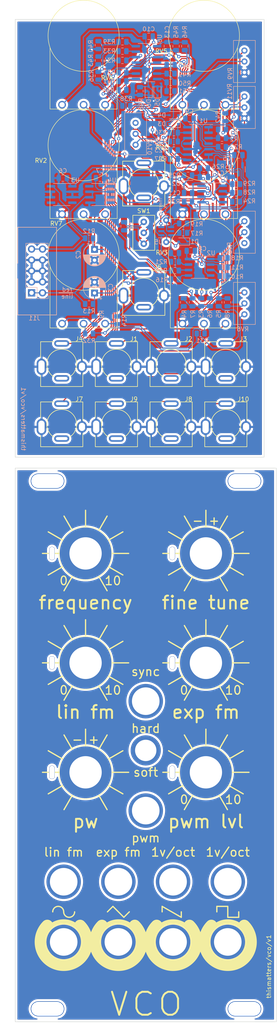
<source format=kicad_pcb>
(kicad_pcb (version 20211014) (generator pcbnew)
  (layers (0 "F.Cu" signal) (31 "B.Cu" signal) (34 "B.Paste" user) (35 "F.Paste" user) (36 "B.SilkS" user "B.Silkscreen") (37 "F.SilkS" user "F.Silkscreen") (38 "B.Mask" user) (39 "F.Mask" user) (44 "Edge.Cuts" user))
  (net 0 "")
  (net 1 "/SYNC")
  (net 2 "Net-(C1-Pad2)")
  (net 3 "+12V")
  (net 4 "GND")
  (net 5 "-12V")
  (net 6 "Net-(C4-Pad1)")
  (net 7 "Net-(C4-Pad2)")
  (net 8 "Net-(C5-Pad1)")
  (net 9 "Net-(C5-Pad2)")
  (net 10 "VCC")
  (net 11 "VSS")
  (net 12 "Net-(C11-Pad1)")
  (net 13 "Net-(C11-Pad2)")
  (net 14 "Net-(C12-Pad1)")
  (net 15 "Net-(C13-Pad1)")
  (net 16 "Net-(C13-Pad2)")
  (net 17 "Net-(D1-Pad1)")
  (net 18 "Net-(D1-Pad2)")
  (net 19 "Net-(D3-Pad1)")
  (net 20 "Net-(D3-Pad2)")
  (net 21 "Net-(D4-Pad2)")
  (net 22 "Net-(D5-Pad1)")
  (net 23 "Net-(J1-PadT)")
  (net 25 "/CV2")
  (net 27 "/CV1")
  (net 29 "Net-(J4-PadT)")
  (net 31 "Net-(J5-PadT)")
  (net 33 "Net-(J6-PadT)")
  (net 35 "/SINE")
  (net 37 "/SAW")
  (net 39 "/TRIANGLE")
  (net 41 "/SQUARE")
  (net 43 "Net-(J11-Pad1)")
  (net 44 "Net-(J11-Pad10)")
  (net 45 "Net-(R1-Pad1)")
  (net 46 "/EXP_CV")
  (net 47 "Net-(R11-Pad1)")
  (net 48 "/FINE")
  (net 49 "/COARSE")
  (net 50 "Net-(R8-Pad2)")
  (net 51 "Net-(R9-Pad2)")
  (net 52 "Net-(R10-Pad1)")
  (net 53 "Net-(R11-Pad2)")
  (net 54 "Net-(R14-Pad1)")
  (net 55 "/LIN_CV")
  (net 56 "Net-(R16-Pad2)")
  (net 57 "Net-(R18-Pad2)")
  (net 58 "Net-(R19-Pad1)")
  (net 59 "Net-(R22-Pad1)")
  (net 60 "Net-(R23-Pad1)")
  (net 61 "Net-(R23-Pad2)")
  (net 62 "Net-(R24-Pad1)")
  (net 63 "Net-(R24-Pad2)")
  (net 64 "Net-(R27-Pad1)")
  (net 65 "/PWM")
  (net 66 "Net-(R31-Pad2)")
  (net 67 "/PW")
  (net 68 "Net-(R33-Pad1)")
  (net 69 "Net-(R37-Pad2)")
  (net 70 "Net-(R39-Pad1)")
  (net 71 "Net-(R39-Pad2)")
  (net 72 "Net-(R41-Pad2)")
  (net 73 "Net-(R42-Pad2)")
  (net 74 "Net-(R49-Pad2)")
  (net 75 "Net-(R50-Pad2)")
  (footprint "Eurorack:AudioJack2_Tayda_A-2566" (layer "F.Cu") (at 41.275 92.71)
    (fp_text reference "J1")
    (fp_text value "EXP FM")
  )
  (footprint "Eurorack:Potentiometer_RV16AF-41-15R1" (layer "F.Cu") (at 61.595 67.31)
    (fp_text reference "RV3")
    (fp_text value "PWM LVL")
  )
  (footprint "Eurorack:Mech-AudioJack-Hole" (layer "F.Cu") (at 67.13 212.84)
    (fp_text reference "H1")
    (fp_text value "1v/oct")
  )
  (footprint "Eurorack:Mech-2M_Switch-Hole" (layer "F.Cu") (at 48.08 182.36)
    (fp_text reference "H21")
    (fp_text value "SYNC HARDNESS")
  )
  (footprint "Eurorack:Mech-AudioJack-Hole" (layer "F.Cu") (at 48.08 196.33)
    (fp_text reference "H5")
    (fp_text value "pwm")
  )
  (footprint "Eurorack:AudioJack2_Tayda_A-2566" (layer "F.Cu") (at 28.575 106.68)
    (fp_text reference "J7")
    (fp_text value "Sine")
  )
  (footprint "Eurorack:AudioJack2_Tayda_A-2566" (layer "F.Cu") (at 53.975 92.71)
    (fp_text reference "J2")
    (fp_text value "1V/OCT")
  )
  (footprint "Eurorack:Mech-Potentiometer-Hole_pan" (layer "F.Cu") (at 62.05 136.64)
    (fp_text reference "H12")
    (fp_text value "fine tune")
  )
  (footprint "Eurorack:Potentiometer_RV16AF-41-15R1" (layer "F.Cu") (at 33.655 67.31)
    (fp_text reference "RV7")
    (fp_text value "PW")
  )
  (footprint "Eurorack:AudioJack2_Tayda_A-2566" (layer "F.Cu") (at 47.625 76.2)
    (fp_text reference "J5")
    (fp_text value "PWM")
  )
  (footprint "Eurorack:Mech-Potentiometer-Hole_level" (layer "F.Cu") (at 34.11 136.64)
    (fp_text reference "H11")
    (fp_text value "frequency")
  )
  (footprint "Eurorack:Mech-AudioJack-Hole-Output" (layer "F.Cu") (at 41.73 226.81)
    (fp_text reference "H9")
    (fp_text value "triangle")
  )
  (footprint "Eurorack:Mech-AudioJack-Hole-Output" (layer "F.Cu") (at 67.13 226.81)
    (fp_text reference "H10")
    (fp_text value "pulse")
  )
  (footprint "Eurorack:Switch_SPDT_Tayda_A-5751" (layer "F.Cu") (at 47.625 62.23)
    (fp_text reference "SW1")
    (fp_text value "Sync Mode")
  )
  (footprint "Eurorack:Mech-MountingHole" (layer "F.Cu") (at 25.28 119.84)
    (fp_text reference "H20")
    (fp_text value "MountingHole")
  )
  (footprint "Eurorack:Mech-MountingHole" (layer "F.Cu") (at 71 119.84)
    (fp_text reference "H17")
    (fp_text value "MountingHole")
  )
  (footprint "Eurorack:Mech-AudioJack-Hole" (layer "F.Cu") (at 29.03 212.84)
    (fp_text reference "H4")
    (fp_text value "lin fm")
  )
  (footprint "Eurorack:AudioJack2_Tayda_A-2566" (layer "F.Cu") (at 66.675 106.68)
    (fp_text reference "J10")
    (fp_text value "Square")
  )
  (footprint "Eurorack:Mech-Potentiometer-Hole_level" (layer "F.Cu") (at 62.05 162.04)
    (fp_text reference "H14")
    (fp_text value "exp fm")
  )
  (footprint "Eurorack:AudioJack2_Tayda_A-2566" (layer "F.Cu") (at 28.575 92.71)
    (fp_text reference "J4")
    (fp_text value "LIN FM")
  )
  (footprint "Eurorack:Mech-Potentiometer-Hole_pan" (layer "F.Cu") (at 34.11 187.44)
    (fp_text reference "H15")
    (fp_text value "pw")
  )
  (footprint "Eurorack:Mech-MountingHole" (layer "F.Cu") (at 71 242.34)
    (fp_text reference "H19")
    (fp_text value "MountingHole")
  )
  (footprint "Eurorack:AudioJack2_Tayda_A-2566" (layer "F.Cu") (at 47.625 50.8)
    (fp_text reference "J6")
    (fp_text value "SYNC")
  )
  (footprint "Eurorack:Mech-AudioJack-Hole-Output" (layer "F.Cu") (at 54.43 226.81)
    (fp_text reference "H8")
    (fp_text value "saw")
  )
  (footprint "Eurorack:Mech-AudioJack-Hole" (layer "F.Cu") (at 41.73 212.84)
    (fp_text reference "H3")
    (fp_text value "exp fm")
  )
  (footprint "Eurorack:Mech-AudioJack-Hole" (layer "F.Cu") (at 48.08 170.93)
    (fp_text reference "H6")
    (fp_text value "sync")
  )
  (footprint "Eurorack:Potentiometer_RV16AF-41-15R1" (layer "F.Cu") (at 61.595 16.51)
    (fp_text reference "RV5")
    (fp_text value "Fine Tune")
  )
  (footprint "Eurorack:Mech-Potentiometer-Hole_level" (layer "F.Cu") (at 62.05 187.44)
    (fp_text reference "H16")
    (fp_text value "pwm lvl")
  )
  (footprint "Eurorack:Mech-MountingHole" (layer "F.Cu") (at 25.28 242.34)
    (fp_text reference "H18")
    (fp_text value "MountingHole")
  )
  (footprint "Eurorack:Mech-Potentiometer-Hole_level" (layer "F.Cu") (at 34.11 162.04)
    (fp_text reference "H13")
    (fp_text value "lin fm")
  )
  (footprint "Eurorack:AudioJack2_Tayda_A-2566" (layer "F.Cu") (at 66.675 92.71)
    (fp_text reference "J3")
    (fp_text value "1V/OCT")
  )
  (footprint "Eurorack:Mech-AudioJack-Hole" (layer "F.Cu") (at 54.43 212.84)
    (fp_text reference "H2")
    (fp_text value "1v/oct")
  )
  (footprint "Eurorack:Potentiometer_RV16AF-41-15R1" (layer "F.Cu") (at 61.595 41.91)
    (fp_text reference "RV1")
    (fp_text value "EXP FM LVL")
  )
  (footprint "Eurorack:AudioJack2_Tayda_A-2566" (layer "F.Cu") (at 53.975 106.68)
    (fp_text reference "J8")
    (fp_text value "Saw")
  )
  (footprint "Eurorack:AudioJack2_Tayda_A-2566" (layer "F.Cu") (at 41.275 106.68)
    (fp_text reference "J9")
    (fp_text value "Triangle")
  )
  (footprint "Eurorack:Potentiometer_RV16AF-41-15R1" (layer "F.Cu") (at 33.655 16.51)
    (fp_text reference "RV4")
    (fp_text value "Tune")
  )
  (footprint "Eurorack:Mech-AudioJack-Hole-Output" (layer "F.Cu") (at 29.03 226.81)
    (fp_text reference "H7")
    (fp_text value "sine")
  )
  (footprint "Eurorack:Potentiometer_RV16AF-41-15R1" (layer "F.Cu") (at 33.655 41.91)
    (fp_text reference "RV2")
    (fp_text value "LIN FM LVL")
  )
  (footprint "Resistor_SMD:R_0805_2012Metric" (layer "B.Cu") (at 69.088 50.927 180)
    (fp_text reference "R29")
    (fp_text value "10K")
  )
  (footprint "Resistor_SMD:R_0805_2012Metric" (layer "B.Cu") (at 60.96 78.359 -90)
    (fp_text reference "R3")
    (fp_text value "100K")
  )
  (footprint "Capacitor_SMD:C_0805_2012Metric" (layer "B.Cu") (at 61.595 49.276 180)
    (fp_text reference "C12")
    (fp_text value "10p")
  )
  (footprint "Resistor_SMD:R_0805_2012Metric" (layer "B.Cu") (at 65.024 78.359 90)
    (fp_text reference "R5")
    (fp_text value "100K")
  )
  (footprint "Capacitor_SMD:C_0805_2012Metric" (layer "B.Cu") (at 37.465 49.53)
    (fp_text reference "C7")
    (fp_text value "100n")
  )
  (footprint "Resistor_SMD:R_0805_2012Metric" (layer "B.Cu") (at 53.848 23.241 180)
    (fp_text reference "R47")
    (fp_text value "150K")
  )
  (footprint "Resistor_SMD:R_0805_2012Metric" (layer "B.Cu") (at 53.848 25.273 180)
    (fp_text reference "R49")
    (fp_text value "1.5K")
  )
  (footprint "Resistor_SMD:R_0805_2012Metric" (layer "B.Cu") (at 56.769 62.23 180)
    (fp_text reference "R17")
    (fp_text value "1M")
  )
  (footprint "Resistor_SMD:R_0805_2012Metric" (layer "B.Cu") (at 61.595 47.244 180)
    (fp_text reference "R26")
    (fp_text value "1M")
  )
  (footprint "Resistor_SMD:R_0805_2012Metric" (layer "B.Cu") (at 46.736 29.337 -90)
    (fp_text reference "R48")
    (fp_text value "22K")
  )
  (footprint "Resistor_SMD:R_0805_2012Metric" (layer "B.Cu") (at 62.992 78.359 -90)
    (fp_text reference "R6")
    (fp_text value "3M3")
  )
  (footprint "Resistor_SMD:R_0805_2012Metric" (layer "B.Cu") (at 54.864 70.993 180)
    (fp_text reference "R15")
    (fp_text value "100K")
  )
  (footprint "Resistor_SMD:R_0805_2012Metric" (layer "B.Cu") (at 56.896 78.359 90)
    (fp_text reference "R4")
    (fp_text value "100K")
  )
  (footprint "Resistor_SMD:R_0805_2012Metric" (layer "B.Cu") (at 57.15 18.923 -90)
    (fp_text reference "R46")
    (fp_text value "1K")
  )
  (footprint "Resistor_SMD:R_0805_2012Metric" (layer "B.Cu") (at 37.084 22.225 90)
    (fp_text reference "R43")
    (fp_text value "1K")
  )
  (footprint "Diode_SMD:D_SOD-323" (layer "B.Cu") (at 56.769 64.262 180)
    (fp_text reference "D1")
    (fp_text value "1N4148")
  )
  (footprint "Capacitor_SMD:C_0805_2012Metric" (layer "B.Cu") (at 69.596 44.196)
    (fp_text reference "C5")
    (fp_text value "220p")
  )
  (footprint "Package_SO:SOIC-8_3.9x4.9mm_P1.27mm" (layer "B.Cu") (at 63.5 53.213 180)
    (fp_text reference "U7")
    (fp_text value "LM311")
  )
  (footprint "Diode_SMD:D_SOD-323" (layer "B.Cu") (at 58.012 50.927)
    (fp_text reference "D2")
    (fp_text value "1N4148")
  )
  (footprint "Potentiometer_THT:Potentiometer_Bourns_3296W_Vertical" (layer "B.Cu") (at 70.993 76.073 90)
    (fp_text reference "RV6")
    (fp_text value "220K")
  )
  (footprint "Capacitor_SMD:C_0805_2012Metric" (layer "B.Cu") (at 54.864 66.929 180)
    (fp_text reference "C4")
    (fp_text value "100p")
  )
  (footprint "Eurorack:SOT457+thermco_resistor" (layer "B.Cu") (at 52.832 61.849)
    (fp_text reference "U5")
    (fp_text value "thermally_coupled_transistor_pair")
  )
  (footprint "Resistor_SMD:R_0805_2012Metric" (layer "B.Cu") (at 34.925 63.5 180)
    (fp_text reference "R12")
    (fp_text value "10")
  )
  (footprint "Capacitor_THT:CP_Radial_D5.0mm_P2.50mm" (layer "B.Cu") (at 36.195 76.2 90)
    (fp_text reference "C3")
    (fp_text value "22U 50V")
  )
  (footprint "Resistor_SMD:R_0805_2012Metric" (layer "B.Cu") (at 65.786 40.259 180)
    (fp_text reference "R2")
    (fp_text value "50K")
  )
  (footprint "Resistor_SMD:R_0805_2012Metric" (layer "B.Cu") (at 56.769 60.071)
    (fp_text reference "R19")
    (fp_text value "1M")
  )
  (footprint "Resistor_SMD:R_0805_2012Metric" (layer "B.Cu") (at 69.088 54.991 180)
    (fp_text reference "R24")
    (fp_text value "10K")
  )
  (footprint "Resistor_SMD:R_0805_2012Metric" (layer "B.Cu") (at 66.167 72.263)
    (fp_text reference "R10")
    (fp_text value "47K")
  )
  (footprint "Capacitor_SMD:C_0805_2012Metric" (layer "B.Cu") (at 43.053 60.706 90)
    (fp_text reference "C1")
    (fp_text value "47p")
  )
  (footprint "Resistor_SMD:R_0805_2012Metric" (layer "B.Cu") (at 66.548 35.433 90)
    (fp_text reference "R42")
    (fp_text value "150K")
  )
  (footprint "Diode_SMD:D_SOD-323" (layer "B.Cu") (at 54.61 34.925 180)
    (fp_text reference "D4")
    (fp_text value "1N4148")
  )
  (footprint "Package_SO:SOIC-14_3.9x8.7mm_P1.27mm" (layer "B.Cu") (at 48.26 22.733 180)
    (fp_text reference "U6")
    (fp_text value "TL074")
  )
  (footprint "Resistor_SMD:R_0805_2012Metric" (layer "B.Cu") (at 42.672 22.225)
    (fp_text reference "R34")
    (fp_text value "470K")
  )
  (footprint "Resistor_SMD:R_0805_2012Metric" (layer "B.Cu") (at 65.786 42.291 180)
    (fp_text reference "R22")
    (fp_text value "5K6")
  )
  (footprint "Resistor_SMD:R_0805_2012Metric" (layer "B.Cu") (at 42.672 29.083)
    (fp_text reference "R44")
    (fp_text value "1K")
  )
  (footprint "Resistor_SMD:R_0805_2012Metric" (layer "B.Cu") (at 53.848 29.337)
    (fp_text reference "R51")
    (fp_text value "1K")
  )
  (footprint "Resistor_SMD:R_0805_2012Metric" (layer "B.Cu") (at 54.864 68.961 180)
    (fp_text reference "R21")
    (fp_text value "10K")
  )
  (footprint "Capacitor_THT:CP_Radial_D5.0mm_P2.50mm" (layer "B.Cu") (at 36.195 66.08 -90)
    (fp_text reference "C2")
    (fp_text value "22U 50V")
  )
  (footprint "Resistor_SMD:R_0805_2012Metric" (layer "B.Cu") (at 55.118 18.923 90)
    (fp_text reference "R45")
    (fp_text value "200K")
  )
  (footprint "Resistor_SMD:R_0805_2012Metric" (layer "B.Cu") (at 54.61 43.053)
    (fp_text reference "R23")
    (fp_text value "100K")
  )
  (footprint "Capacitor_SMD:C_0805_2012Metric" (layer "B.Cu") (at 58.547 66.421)
    (fp_text reference "C8")
    (fp_text value "100n")
  )
  (footprint "Resistor_SMD:R_0805_2012Metric" (layer "B.Cu") (at 54.61 38.989 180)
    (fp_text reference "R30")
    (fp_text value "100K")
  )
  (footprint "Package_TO_SOT_SMD:SOT-23" (layer "B.Cu") (at 69.596 47.498 -90)
    (fp_text reference "Q1")
    (fp_text value "MMBFJ111")
  )
  (footprint "Resistor_SMD:R_0805_2012Metric" (layer "B.Cu") (at 54.864 73.025)
    (fp_text reference "R16")
    (fp_text value "100K")
  )
  (footprint "Package_SO:SOIC-14_3.9x8.7mm_P1.27mm" (layer "B.Cu") (at 60.198 41.529 180)
    (fp_text reference "U1")
    (fp_text value "TL074")
  )
  (footprint "Resistor_SMD:R_0805_2012Metric" (layer "B.Cu") (at 42.672 17.907)
    (fp_text reference "R39")
    (fp_text value "10K")
  )
  (footprint "Resistor_SMD:R_0805_2012Metric" (layer "B.Cu") (at 69.088 52.959)
    (fp_text reference "R28")
    (fp_text value "10K")
  )
  (footprint "Resistor_SMD:R_0805_2012Metric" (layer "B.Cu") (at 57.912 48.895 180)
    (fp_text reference "R25")
    (fp_text value "33K")
  )
  (footprint "Resistor_SMD:R_0805_2012Metric" (layer "B.Cu") (at 42.672 20.076 180)
    (fp_text reference "R33")
    (fp_text value "10K")
  )
  (footprint "Resistor_SMD:R_0805_2012Metric" (layer "B.Cu") (at 57.912 54.991)
    (fp_text reference "R20")
    (fp_text value "100K")
  )
  (footprint "Capacitor_SMD:C_0805_2012Metric" (layer "B.Cu") (at 57.912 52.959)
    (fp_text reference "C11")
    (fp_text value "47p")
  )
  (footprint "Package_SO:SOIC-8_3.9x4.9mm_P1.27mm" (layer "B.Cu") (at 37.465 53.34 180)
    (fp_text reference "U4")
    (fp_text value "L79L12_SO8")
  )
  (footprint "Resistor_SMD:R_0805_2012Metric" (layer "B.Cu") (at 37.084 25.781 -90)
    (fp_text reference "R36")
    (fp_text value "100K")
  )
  (footprint "Resistor_SMD:R_0805_2012Metric" (layer "B.Cu") (at 36.195 82.55 -90)
    (fp_text reference "R9")
    (fp_text value "7.5K")
  )
  (footprint "Resistor_SMD:R_0805_2012Metric" (layer "B.Cu") (at 42.672 27.031)
    (fp_text reference "R41")
    (fp_text value "100K")
  )
  (footprint "Diode_SMD:D_SOD-323" (layer "B.Cu") (at 50.8 29.337 90)
    (fp_text reference "D5")
    (fp_text value "1N4148")
  )
  (footprint "Capacitor_SMD:C_0805_2012Metric" (layer "B.Cu") (at 58.232 35.687 180)
    (fp_text reference "C9")
    (fp_text value "100n")
  )
  (footprint "Resistor_SMD:R_0805_2012Metric" (layer "B.Cu") (at 34.925 85.598)
    (fp_text reference "R32")
    (fp_text value "100K")
  )
  (footprint "Capacitor_SMD:C_0805_2012Metric" (layer "B.Cu") (at 28.829 49.53 180)
    (fp_text reference "C6")
    (fp_text value "100n")
  )
  (footprint "Resistor_SMD:R_0805_2012Metric" (layer "B.Cu") (at 65.786 38.227)
    (fp_text reference "R1")
    (fp_text value "70K")
  )
  (footprint "Capacitor_SMD:C_0805_2012Metric" (layer "B.Cu") (at 48.768 16.637 180)
    (fp_text reference "C10")
    (fp_text value "100n")
  )
  (footprint "Resistor_SMD:R_0805_2012Metric" (layer "B.Cu") (at 41.455 82.55 90)
    (fp_text reference "R14")
    (fp_text value "7.5K")
  )
  (footprint "Resistor_SMD:R_0805_2012Metric" (layer "B.Cu") (at 67.056 78.359 -90)
    (fp_text reference "R8")
    (fp_text value "470K")
  )
  (footprint "Potentiometer_THT:Potentiometer_Bourns_3296W_Vertical" (layer "B.Cu") (at 70.993 30.597 90)
    (fp_text reference "RV11")
    (fp_text value "220K")
  )
  (footprint "Diode_SMD:D_SOD-323" (layer "B.Cu") (at 48.768 29.337 90)
    (fp_text reference "D6")
    (fp_text value "1N4148")
  )
  (footprint "Capacitor_SMD:C_0805_2012Metric" (layer "B.Cu") (at 53.086 18.923 -90)
    (fp_text reference "C13")
    (fp_text value "47p")
  )
  (footprint "Resistor_SMD:R_0805_2012Metric" (layer "B.Cu") (at 37.084 18.669 90)
    (fp_text reference "R40")
    (fp_text value "4.7K")
  )
  (footprint "Resistor_SMD:R_0805_2012Metric" (layer "B.Cu") (at 53.848 27.305 180)
    (fp_text reference "R50")
    (fp_text value "15K")
  )
  (footprint "Resistor_SMD:R_0805_2012Metric" (layer "B.Cu") (at 54.61 41.021 180)
    (fp_text reference "R35")
    (fp_text value "100K")
  )
  (footprint "Package_SO:SO-8_3.9x4.9mm_P1.27mm" (layer "B.Cu") (at 60.579 70.231 180)
    (fp_text reference "U2")
    (fp_text value "OPA2134")
  )
  (footprint "Resistor_SMD:R_0805_2012Metric" (layer "B.Cu") (at 54.61 45.085 180)
    (fp_text reference "R27")
    (fp_text value "220K")
  )
  (footprint "Resistor_SMD:R_0805_2012Metric" (layer "B.Cu") (at 58.928 78.359 -90)
    (fp_text reference "R7")
    (fp_text value "220K")
  )
  (footprint "Diode_SMD:D_SOD-323" (layer "B.Cu") (at 54.61 36.957 180)
    (fp_text reference "D3")
    (fp_text value "1N4148")
  )
  (footprint "Resistor_SMD:R_0805_2012Metric" (layer "B.Cu") (at 66.167 70.231)
    (fp_text reference "R11")
    (fp_text value "33K")
  )
  (footprint "Potentiometer_THT:Potentiometer_Bourns_3296W_Vertical" (layer "B.Cu") (at 45.72 41.793 -90)
    (fp_text reference "RV10")
    (fp_text value "100K")
  )
  (footprint "Potentiometer_THT:Potentiometer_Bourns_3296W_Vertical" (layer "B.Cu") (at 70.993 59.553 90)
    (fp_text reference "RV8")
    (fp_text value "25K")
  )
  (footprint "Resistor_SMD:R_0805_2012Metric" (layer "B.Cu") (at 66.167 68.072 180)
    (fp_text reference "R18")
    (fp_text value "22K")
  )
  (footprint "Potentiometer_THT:Potentiometer_Bourns_3296W_Vertical" (layer "B.Cu") (at 70.993 19.929 90)
    (fp_text reference "RV9")
    (fp_text value "220K")
  )
  (footprint "Resistor_SMD:R_0805_2012Metric" (layer "B.Cu") (at 60.833 85.598 180)
    (fp_text reference "R31")
    (fp_text value "180K")
  )
  (footprint "Eurorack:PinHeader_2x05_P2.54mm_Vertical" (layer "B.Cu") (at 21.5773 76.1619)
    (fp_text reference "J11")
    (fp_text value "Conn_02x05_Odd_Even")
  )
  (footprint "Resistor_SMD:R_0805_2012Metric" (layer "B.Cu") (at 43.561 32.766 180)
    (fp_text reference "R38")
    (fp_text value "50K")
  )
  (footprint "Resistor_SMD:R_0805_2012Metric" (layer "B.Cu") (at 34.925 78.74)
    (fp_text reference "R13")
    (fp_text value "10")
  )
  (footprint "Resistor_SMD:R_0805_2012Metric" (layer "B.Cu") (at 42.672 25.019)
    (fp_text reference "R37")
    (fp_text value "100K")
  )
  (footprint "Package_SO:SOIC-8_3.9x4.9mm_P1.27mm" (layer "B.Cu") (at 28.575 53.34 180)
    (fp_text reference "U3")
    (fp_text value "L78L12_SO8")
  )
  (gr_line (start 27.94 76.1538) (end 31.115 76.1538) (layer "B.SilkS") (width 0.2))
  (gr_line (start 69.67 221.095) (end 69.67 219.825) (layer "F.SilkS") (width 0.3))
  (gr_line (start 67.13 218.555) (end 67.13 221.095) (layer "F.SilkS") (width 0.3))
  (gr_line (start 51.89 218.555) (end 56.335 221.095) (layer "F.SilkS") (width 0.3))
  (gr_line (start 39.19 219.825) (end 40.46 218.555) (layer "F.SilkS") (width 0.3))
  (gr_line (start 64.59 218.555) (end 67.13 218.555) (layer "F.SilkS") (width 0.3))
  (gr_line (start 64.59 219.825) (end 64.59 218.555) (layer "F.SilkS") (width 0.3))
  (gr_line (start 40.46 218.555) (end 43 221.095) (layer "F.SilkS") (width 0.3))
  (gr_arc (start 31.57 219.825) (mid 30.3 221.095) (end 29.03 219.825) (layer "F.SilkS") (width 0.3))
  (gr_line (start 67.13 221.095) (end 69.67 221.095) (layer "F.SilkS") (width 0.3))
  (gr_line (start 51.89 219.825) (end 51.89 218.555) (layer "F.SilkS") (width 0.3))
  (gr_line (start 56.335 221.095) (end 56.335 219.825) (layer "F.SilkS") (width 0.3))
  (gr_arc (start 26.49 219.825) (mid 27.76 218.555) (end 29.03 219.825) (layer "F.SilkS") (width 0.3))
  (gr_line (start 43 221.095) (end 44.27 219.825) (layer "F.SilkS") (width 0.3))
  (gr_rect (start 75.565 114.3) (end 17.78 12.7) (layer "Edge.Cuts") (width 0.1) (fill none))
  (gr_rect (start 17.78 116.84) (end 78.38 245.34) (layer "Edge.Cuts") (width 0.1) (fill none))
  (gr_text "thismatters/vco/v1" (at 19.685 105.41 -90) (layer "B.SilkS") (effects (font (size 1 1)) (justify mirror)))
  (gr_text "red\nline" (at 29.845 76.1919) (layer "B.SilkS") (effects (font (size 1 1)) (justify mirror)))
  (gr_text "Thermco\n  1K->\n" (at 52.07 56.388 90) (layer "B.SilkS") (effects (font (size 0.75 0.75) (thickness 0.1)) (justify mirror)))
  (gr_text "soft" (at 48.08 187.44) (layer "F.SilkS") (effects (font (size 2 2) (thickness 0.3))))
  (gr_text "thismatters/vco/v1" (at 76.655 232.525 90) (layer "F.SilkS") (effects (font (size 1 1))))
  (gr_text "vco" (at 48.08 240.03) (layer "F.SilkS") (effects (font (size 8 7) (thickness 0.45))))
  (gr_text "hard" (at 48.08 177.28) (layer "F.SilkS") (effects (font (size 2 2) (thickness 0.3))))
  (segment (start 49.022 61.469396) (end 50.15 60.341396) (width 0.25) (layer "F.Cu") (net 1))
  (segment (start 47.625 64.77) (end 49.022 63.373) (width 0.25) (layer "F.Cu") (net 1))
  (segment (start 50.15 55.895) (end 51.239 54.806) (width 0.25) (layer "F.Cu") (net 1))
  (segment (start 50.15 60.341396) (end 50.15 55.895) (width 0.25) (layer "F.Cu") (net 1))
  (segment (start 51.239 54.806) (end 58.6625 54.806) (width 0.25) (layer "F.Cu") (net 1))
  (segment (start 58.6625 54.806) (end 59.817 55.9605) (width 0.25) (layer "F.Cu") (net 1))
  (segment (start 49.022 63.373) (end 49.022 61.469396) (width 0.25) (layer "F.Cu") (net 1))
  (via (at 59.817 55.9605) (size 0.8) (drill 0.4) (layers "F.Cu" "B.Cu") (net 1))
  (segment (start 43.688 61.087) (end 43.307 61.468) (width 0.25) (layer "B.Cu") (net 1))
  (segment (start 60.0915 56.235) (end 59.817 55.9605) (width 0.25) (layer "B.Cu") (net 1))
  (segment (start 46.355 63.5) (end 46.355 61.087) (width 0.25) (layer "B.Cu") (net 1))
  (segment (start 69.088 55.88) (end 68.733 56.235) (width 0.25) (layer "B.Cu") (net 1))
  (segment (start 69.088 53.8715) (end 69.088 55.88) (width 0.25) (layer "B.Cu") (net 1))
  (segment (start 46.355 61.087) (end 43.688 61.087) (width 0.25) (layer "B.Cu") (net 1))
  (segment (start 47.625 64.77) (end 46.355 63.5) (width 0.25) (layer "B.Cu") (net 1))
  (segment (start 68.733 56.235) (end 60.0915 56.235) (width 0.25) (layer "B.Cu") (net 1))
  (segment (start 70.0005 52.959) (end 69.088 53.8715) (width 0.25) (layer "B.Cu") (net 1))
  (segment (start 47.625 59.69) (end 46.678 60.637) (width 0.25) (layer "B.Cu") (net 2))
  (segment (start 46.678 60.637) (end 43.746 60.637) (width 0.25) (layer "B.Cu") (net 2))
  (segment (start 43.746 60.637) (end 43.053 59.944) (width 0.25) (layer "B.Cu") (net 2))
  (segment (start 57.392863 24.142533) (end 57.392863 23.085805) (width 0.25) (layer "F.Cu") (net 3))
  (segment (start 55.118 23.114) (end 48.895 23.114) (width 0.25) (layer "F.Cu") (net 3))
  (segment (start 48.424 20.484) (end 48.895 20.955) (width 0.25) (layer "F.Cu") (net 3))
  (segment (start 48.895 23.114) (end 48.895 25.527) (width 0.25) (layer "F.Cu") (net 3))
  (segment (start 48.895 25.527) (end 47.6025 26.8195) (width 0.25) (layer "F.Cu") (net 3))
  (segment (start 38.655 56.177588) (end 36.195 58.637588) (width 0.25) (layer "F.Cu") (net 3))
  (segment (start 48.424 19.510514) (end 48.424 20.484) (width 0.25) (layer "F.Cu") (net 3))
  (segment (start 57.667863 22.810805) (end 57.667863 21.991863) (width 0.25) (layer "F.Cu") (net 3))
  (segment (start 63.175604 29.395) (end 57.843 29.395) (width 0.25) (layer "F.Cu") (net 3))
  (segment (start 47.6025 26.8195) (end 44.3455 26.8195) (width 0.25) (layer "F.Cu") (net 3))
  (segment (start 36.195 58.637588) (end 36.195 66.167) (width 0.25) (layer "F.Cu") (net 3))
  (segment (start 57.045 28.597) (end 57.045 24.490396) (width 0.25) (layer "F.Cu") (net 3))
  (segment (start 38.655 32.51) (end 38.655 56.177588) (width 0.25) (layer "F.Cu") (net 3))
  (segment (start 38.655 32.51) (end 44.3455 26.8195) (width 0.25) (layer "F.Cu") (net 3))
  (segment (start 57.045 24.490396) (end 57.392863 24.142533) (width 0.25) (layer "F.Cu") (net 3))
  (segment (start 48.895 20.955) (end 48.895 23.114) (width 0.25) (layer "F.Cu") (net 3))
  (segment (start 49.911014 18.0235) (end 48.424 19.510514) (width 0.25) (layer "F.Cu") (net 3))
  (segment (start 56.446 21.786) (end 55.118 23.114) (width 0.25) (layer "F.Cu") (net 3))
  (segment (start 57.392863 23.085805) (end 57.667863 22.810805) (width 0.25) (layer "F.Cu") (net 3))
  (segment (start 57.667863 21.991863) (end 57.462 21.786) (width 0.25) (layer "F.Cu") (net 3))
  (segment (start 57.843 29.395) (end 57.045 28.597) (width 0.25) (layer "F.Cu") (net 3))
  (segment (start 57.462 21.786) (end 56.446 21.786) (width 0.25) (layer "F.Cu") (net 3))
  (segment (start 66.546604 32.766) (end 63.175604 29.395) (width 0.25) (layer "F.Cu") (net 3))
  (via (at 48.895 23.114) (size 0.8) (drill 0.4) (layers "F.Cu" "B.Cu") (net 3))
  (via (at 49.911014 18.0235) (size 0.8) (drill 0.4) (layers "F.Cu" "B.Cu") (net 3))
  (segment (start 42.2675 81.6375) (end 41.455 81.6375) (width 0.25) (layer "B.Cu") (net 3))
  (segment (start 41.455 81.6375) (end 44.831 78.2615) (width 0.25) (layer "B.Cu") (net 3))
  (segment (start 68.665 88.985) (end 68.876 88.985) (width 0.25) (layer "B.Cu") (net 3))
  (segment (start 70.02 88.35528) (end 70.02 81.872) (width 0.25) (layer "B.Cu") (net 3))
  (segment (start 62.296249 41.529) (end 61.183624 40.416376) (width 0.25) (layer "B.Cu") (net 3))
  (segment (start 65.405 33.909) (end 66.675 32.639) (width 0.25) (layer "B.Cu") (net 3))
  (segment (start 49.911014 18.0235) (end 49.911014 16.764014) (width 0.25) (layer "B.Cu") (net 3))
  (segment (start 68.919 88.985) (end 69.39028 88.985) (width 0.25) (layer "B.Cu") (net 3))
  (segment (start 48.895 23.114) (end 49.149 22.86) (width 0.25) (layer "B.Cu") (net 3))
  (segment (start 43.21 83.85) (end 42.545 83.185) (width 0.25) (layer "B.Cu") (net 3))
  (segment (start 42.545 83.185) (end 42.545 81.915) (width 0.25) (layer "B.Cu") (net 3))
  (segment (start 44.831 78.2615) (end 44.831 72.644) (width 0.25) (layer "B.Cu") (net 3))
  (segment (start 42.545 81.915) (end 42.2675 81.6375) (width 0.25) (layer "B.Cu") (net 3))
  (segment (start 69.217 32.51) (end 71.12 30.607) (width 0.25) (layer "B.Cu") (net 3))
  (segment (start 69.39028 88.985) (end 70.02 88.35528) (width 0.25) (layer "B.Cu") (net 3))
  (segment (start 61.183624 37.688624) (end 61.183624 37.495376) (width 0.25) (layer "B.Cu") (net 3))
  (segment (start 64.858 36.733) (end 65.405 36.186) (width 0.25) (layer "B.Cu") (net 3))
  (segment (start 59.182 35.687) (end 61.183624 37.688624) (width 0.25) (layer "B.Cu") (net 3))
  (segment (start 38.267 66.08) (end 44.831 72.644) (width 0.25) (layer "B.Cu") (net 3))
  (segment (start 61.183624 37.688624) (end 61.183624 40.416376) (width 0.25) (layer "B.Cu") (net 3))
  (segment (start 36.195 66.08) (end 38.267 66.08) (width 0.25) (layer "B.Cu") (net 3))
  (segment (start 66.595 32.51) (end 69.217 32.51) (width 0.25) (layer "B.Cu") (net 3))
  (segment (start 59.055 84.869) (end 59.389 84.535) (width 0.25) (layer "B.Cu") (net 3))
  (segment (start 68.538 88.985) (end 68.665 88.985) (width 0.25) (layer "B.Cu") (net 3))
  (segment (start 49.149 22.86) (end 50.927 22.86) (width 0.25) (layer "B.Cu") (net 3))
  (segment (start 51.902396 88.985) (end 46.767396 83.85) (width 0.25) (layer "B.Cu") (net 3))
  (segment (start 59.055 87.628604) (end 59.055 84.869) (width 0.25) (layer "B.Cu") (net 3))
  (segment (start 59.389 84.535) (end 60.383173 84.535) (width 0.25) (layer "B.Cu") (net 3))
  (segment (start 35.8375 63.5) (end 35.8375 65.6825) (width 0.25) (layer "B.Cu") (net 3))
  (segment (start 60.758 84.909827) (end 60.758 86.158) (width 0.25) (layer "B.Cu") (net 3))
  (segment (start 57.698604 88.985) (end 59.055 87.628604) (width 0.25) (layer "B.Cu") (net 3))
  (segment (start 65.405 36.186) (end 65.405 33.909) (width 0.25) (layer "B.Cu") (net 3))
  (segment (start 68.919 88.985) (end 63.585 88.985) (width 0.25) (layer "B.Cu") (net 3))
  (segment (start 60.758 86.158) (end 63.585 88.985) (width 0.25) (layer "B.Cu") (net 3))
  (segment (start 68.876 88.985) (end 69.39028 88.985) (width 0.25) (layer "B.Cu") (net 3))
  (segment (start 69.39028 88.985) (end 68.538 88.985) (width 0.25) (layer "B.Cu") (net 3))
  (segment (start 46.767396 83.85) (end 43.21 83.85) (width 0.25) (layer "B.Cu") (net 3))
  (segment (start 61.183624 37.495376) (end 61.946 36.733) (width 0.25) (layer "B.Cu") (net 3))
  (segment (start 51.902396 88.985) (end 57.698604 88.985) (width 0.25) (layer "B.Cu") (net 3))
  (segment (start 70.02 81.872) (end 70.739 81.153) (width 0.25) (layer "B.Cu") (net 3))
  (segment (start 61.946 36.733) (end 64.858 36.733) (width 0.25) (layer "B.Cu") (net 3))
  (segment (start 60.383173 84.535) (end 60.758 84.909827) (width 0.25) (layer "B.Cu") (net 3))
  (segment (start 68.665 88.985) (end 68.919 88.985) (width 0.25) (layer "B.Cu") (net 3))
  (segment (start 39.116 22.225) (end 38.1 22.225) (width 0.25) (layer "F.Cu") (net 4))
  (segment (start 49.911 29.46692) (end 49.911 31.623) (width 0.25) (layer "F.Cu") (net 4))
  (segment (start 70.993 37.338) (end 70.993 40.767) (width 0.25) (layer "F.Cu") (net 4))
  (segment (start 47.912387 20.734387) (end 47.498 20.32) (width 0.25) (layer "F.Cu") (net 4))
  (segment (start 69.977 41.783) (end 68.707 43.053) (width 0.25) (layer "F.Cu") (net 4))
  (segment (start 68.707 49.53) (end 68.961 49.784) (width 0.25) (layer "F.Cu") (net 4))
  (segment (start 65.278 43.053) (end 60.325 43.053) (width 0.25) (layer "F.Cu") (net 4))
  (segment (start 38.1 22.225) (end 35.56 19.685) (width 0.25) (layer "F.Cu") (net 4))
  (segment (start 68.707 43.053) (end 68.707 49.53) (width 0.25) (layer "F.Cu") (net 4))
  (segment (start 70.993 40.767) (end 69.977 41.783) (width 0.25) (layer "F.Cu") (net 4))
  (segment (start 68.199 40.132) (end 65.278 43.053) (width 0.25) (layer "F.Cu") (net 4))
  (segment (start 47.912387 23.296962) (end 47.912387 20.734387) (width 0.25) (layer "F.Cu") (net 4))
  (segment (start 69.977 41.783) (end 69.85 41.783) (width 0.25) (layer "F.Cu") (net 4))
  (segment (start 68.199 40.132) (end 69.85 41.783) (width 0.25) (layer "F.Cu") (net 4))
  (segment (start 47.498 20.32) (end 41.021 20.32) (width 0.25) (layer "F.Cu") (net 4))
  (segment (start 47.9165 27.47242) (end 49.911 29.46692) (width 0.25) (layer "F.Cu") (net 4))
  (segment (start 41.021 20.32) (end 39.116 22.225) (width 0.25) (layer "F.Cu") (net 4))
  (segment (start 70.993 35.677) (end 70.993 37.338) (width 0.25) (layer "F.Cu") (net 4))
  (via (at 39.116 22.225) (size 0.8) (drill 0.4) (layers "F.Cu" "B.Cu") (net 4))
  (via (at 49.911 31.623) (size 0.8) (drill 0.4) (layers "F.Cu" "B.Cu") (net 4))
  (via (at 47.9165 27.47242) (size 0.8) (drill 0.4) (layers "F.Cu" "B.Cu") (net 4))
  (via (at 68.199 40.132) (size 0.8) (drill 0.4) (layers "F.Cu" "B.Cu") (net 4))
  (via (at 60.325 43.053) (size 0.8) (drill 0.4) (layers "F.Cu" "B.Cu") (net 4))
  (via (at 35.56 19.685) (size 0.8) (drill 0.4) (layers "F.Cu" "B.Cu") (net 4))
  (via (at 47.912387 23.296962) (size 0.8) (drill 0.4) (layers "F.Cu" "B.Cu") (net 4))
  (via (at 68.961 49.784) (size 0.8) (drill 0.4) (layers "F.Cu" "B.Cu") (net 4))
  (segment (start 50.735 21.463) (end 52.832 21.463) (width 0.25) (layer "B.Cu") (net 4))
  (segment (start 56.423 41.182249) (end 56.423 42.072) (width 0.25) (layer "B.Cu") (net 4))
  (segment (start 46.980695 24.003) (end 46.101 24.003) (width 0.25) (layer "B.Cu") (net 4))
  (segment (start 57.346249 40.259) (end 56.423 41.182249) (width 0.25) (layer "B.Cu") (net 4))
  (segment (start 47.912387 23.296962) (end 47.912387 27.468307) (width 0.25) (layer "B.Cu") (net 4))
  (segment (start 35.56 19.685) (end 36.83 19.685) (width 0.25) (layer "B.Cu") (net 4))
  (segment (start 47.912387 27.468307) (end 47.9165 27.47242) (width 0.25) (layer "B.Cu") (net 4))
  (segment (start 46.736 30.2495) (end 48.4105 30.2495) (width 0.25) (layer "B.Cu") (net 4))
  (segment (start 60.071 42.799) (end 57.658 42.799) (width 0.25) (layer "B.Cu") (net 4))
  (segment (start 52.932 61.695) (end 52.932 59.463) (width 0.25) (layer "B.Cu") (net 4))
  (segment (start 47.912387 22.90876) (end 49.358147 21.463) (width 0.25) (layer "B.Cu") (net 4))
  (segment (start 53.923 24.459) (end 54.61 25.146) (width 0.25) (layer "B.Cu") (net 4))
  (segment (start 68.961 49.784) (end 69.977 50.8) (width 0.25) (layer "B.Cu") (net 4))
  (segment (start 47.206349 24.003) (end 47.912387 23.296962) (width 0.25) (layer "B.Cu") (net 4))
  (segment (start 48.4105 30.2495) (end 48.514 30.353) (width 0.25) (layer "B.Cu") (net 4))
  (segment (start 47.912387 23.296962) (end 47.912387 22.90876) (width 0.25) (layer "B.Cu") (net 4))
  (segment (start 56.423 42.072) (end 57.023 42.672) (width 0.25) (layer "B.Cu") (net 4))
  (segment (start 53.923 22.554) (end 53.923 24.459) (width 0.25) (layer "B.Cu") (net 4))
  (segment (start 53.9695 61.849) (end 53.086 61.849) (width 0.25) (layer "B.Cu") (net 4))
  (segment (start 53.086 61.849) (end 52.932 61.695) (width 0.25) (layer "B.Cu") (net 4))
  (segment (start 52.832 21.463) (end 53.923 22.554) (width 0.25) (layer "B.Cu") (net 4))
  (segment (start 49.358147 21.463) (end 50.735 21.463) (width 0.25) (layer "B.Cu") (net 4))
  (segment (start 46.980695 24.003) (end 47.206349 24.003) (width 0.25) (layer "B.Cu") (net 4))
  (segment (start 49.911 31.623) (end 48.768 30.48) (width 0.25) (layer "B.Cu") (net 4))
  (segment (start 60.325 43.053) (end 60.071 42.799) (width 0.25) (layer "B.Cu") (net 4))
  (segment (start 39.116 22.225) (end 41.7595 22.225) (width 0.25) (layer "B.Cu") (net 4))
  (segment (start 68.199 40.132) (end 66.929 40.132) (width 0.25) (layer "B.Cu") (net 4))
  (segment (start 50.1825 20.9725) (end 49.149 19.939) (width 0.25) (layer "F.Cu") (net 5))
  (segment (start 68.199 46.852) (end 68.199 53.089412) (width 0.25) (layer "F.Cu") (net 5))
  (segment (start 44.069 73.914) (end 53.592604 73.914) (width 0.25) (layer "F.Cu") (net 5))
  (segment (start 67.125 59.24) (end 67.125 74.491) (width 0.25) (layer "F.Cu") (net 5))
  (segment (start 53.592604 73.914) (end 55.947604 76.269) (width 0.25) (layer "F.Cu") (net 5))
  (segment (start 67.125 74.491) (end 68.834 76.2) (width 0.25) (layer "F.Cu") (net 5))
  (segment (start 65.278 57.023) (end 65.786 56.515) (width 0.25) (layer "F.Cu") (net 5))
  (segment (start 57.981 76.269) (end 60.594508 78.882508) (width 0.25) (layer "F.Cu") (net 5))
  (segment (start 68.257 46.794) (end 68.199 46.852) (width 0.25) (layer "F.Cu") (net 5))
  (segment (start 67.82 57.402588) (end 67.82 58.545) (width 0.25) (layer "F.Cu") (net 5))
  (segment (start 66.225 74.776016) (end 66.225 59.494) (width 0.25) (layer "F.Cu") (net 5))
  (segment (start 67.527028 43.09857) (end 67.527028 46.064028) (width 0.25) (layer "F.Cu") (net 5))
  (segment (start 55.947604 76.269) (end 57.981 76.269) (width 0.25) (layer "F.Cu") (net 5))
  (segment (start 53.467 20.9725) (end 50.1825 20.9725) (width 0.25) (layer "F.Cu") (net 5))
  (segment (start 67.057706 54.230706) (end 67.057706 56.640294) (width 0.25) (layer "F.Cu") (net 5))
  (segment (start 67.527028 46.064028) (end 68.257 46.794) (width 0.25) (layer "F.Cu") (net 5))
  (segment (start 65.786 56.515) (end 66.932412 56.515) (width 0.25) (layer "F.Cu") (net 5))
  (segment (start 65.278 58.547) (end 65.278 57.023) (width 0.25) (layer "F.Cu") (net 5))
  (segment (start 67.057706 56.640294) (end 67.82 57.402588) (width 0.25) (layer "F.Cu") (net 5))
  (segment (start 66.932412 56.515) (end 67.057706 56.640294) (width 0.25) (layer "F.Cu") (net 5))
  (segment (start 66.225 59.494) (end 65.278 58.547) (width 0.25) (layer "F.Cu") (net 5))
  (segment (start 56.595 32.51) (end 56.595 24.304) (width 0.25) (layer "F.Cu") (net 5))
  (segment (start 68.199 53.089412) (end 67.057706 54.230706) (width 0.25) (layer "F.Cu") (net 5))
  (segment (start 56.942863 23.956137) (end 56.942863 22.5105) (width 0.25) (layer "F.Cu") (net 5))
  (segment (start 56.595 24.304) (end 56.942863 23.956137) (width 0.25) (layer "F.Cu") (net 5))
  (segment (start 67.949299 42.676299) (end 67.527028 43.09857) (width 0.25) (layer "F.Cu") (net 5))
  (segment (start 62.118508 78.882508) (end 66.225 74.776016) (width 0.25) (layer "F.Cu") (net 5))
  (segment (start 67.82 58.545) (end 67.125 59.24) (width 0.25) (layer "F.Cu") (net 5))
  (segment (start 60.594508 78.882508) (end 62.118508 78.882508) (width 0.25) (layer "F.Cu") (net 5))
  (segment (start 68.834 76.2) (end 70.866 76.2) (width 0.25) (layer "F.Cu") (net 5))
  (via (at 44.069 73.914) (size 0.8) (drill 0.4) (layers "F.Cu" "B.Cu") (net 5))
  (via (at 49.149 19.939) (size 0.8) (drill 0.4) (layers "F.Cu" "B.Cu") (net 5))
  (via (at 53.467 20.9725) (size 0.8) (drill 0.4) (layers "F.Cu" "B.Cu") (net 5))
  (via (at 67.949299 42.676299) (size 0.8) (drill 0.4) (layers "F.Cu" "B.Cu") (net 5))
  (via (at 56.942863 22.5105) (size 0.8) (drill 0.4) (layers "F.Cu" "B.Cu") (net 5))
  (segment (start 58.166 41.529) (end 59.055 40.64) (width 0.25) (layer "B.Cu") (net 5))
  (segment (start 58.259 36.737) (end 57.404 35.882) (width 0.25) (layer "B.Cu") (net 5))
  (segment (start 36.195 76.2) (end 36.195 81.534) (width 0.25) (layer "B.Cu") (net 5))
  (segment (start 56.595 32.51) (end 56.595 35.005) (width 0.25) (layer "B.Cu") (net 5))
  (segment (start 59.055 37.152) (end 58.64 36.737) (width 0.25) (layer "B.Cu") (net 5))
  (segment (start 28.655 32.51) (end 33.5915 27.5735) (width 0.25) (layer "B.Cu") (net 5))
  (segment (start 66.0165 43.434) (end 67.191598 43.434) (width 0.25) (layer "B.Cu") (net 5))
  (segment (start 48.133 18.161) (end 49.149 19.177) (width 0.25) (layer "B.Cu") (net 5))
  (segment (start 61.214 41.783) (end 61.214 41.083148) (width 0.25) (layer "B.Cu") (net 5))
  (segment (start 49.149 20.399355) (end 46.815355 22.733) (width 0.25) (layer "B.Cu") (net 5))
  (segment (start 33.5915 27.5735) (end 33.5915 16.8275) (width 0.25) (layer "B.Cu") (net 5))
  (segment (start 33.5915 16.8275) (end 35.052 15.367) (width 0.25) (layer "B.Cu") (net 5))
  (segment (start 55.555673 22.5105) (end 54.000173 20.955) (width 0.25) (layer "B.Cu") (net 5))
  (segment (start 64.7165 42.174) (end 61.605 42.174) (width 0.25) (layer "B.Cu") (net 5))
  (segment (start 36.195 76.2) (end 40.259 76.2) (width 0.25) (layer "B.Cu") (net 5))
  (segment (start 56.595 35.005) (end 57.277 35.687) (width 0.25) (layer "B.Cu") (net 5))
  (segment (start 67.191598 43.434) (end 67.949299 42.676299) (width 0.25) (layer "B.Cu") (net 5))
  (segment (start 60.733624 40.602772) (end 60.733624 37.87502) (width 0.25) (layer "B.Cu") (net 5))
  (segment (start 64.8735 42.291) (end 66.0165 43.434) (width 0.25) (layer "B.Cu") (net 5))
  (segment (start 61.605 42.174) (end 61.214 41.783) (width 0.25) (layer "B.Cu") (net 5))
  (segment (start 56.942863 22.5105) (end 55.555673 22.5105) (width 0.25) (layer "B.Cu") (net 5))
  (segment (start 35.052 15.367) (end 45.085 15.367) (width 0.25) (layer "B.Cu") (net 5))
  (segment (start 54.000173 20.955) (end 53.4845 20.955) (width 0.25) (layer "B.Cu") (net 5))
  (segment (start 58.64 36.737) (end 58.259 36.737) (width 0.25) (layer "B.Cu") (net 5))
  (segment (start 42.799 73.66) (end 43.815 73.66) (width 0.25) (layer "B.Cu") (net 5))
  (segment (start 40.259 76.2) (end 42.799 73.66) (width 0.25) (layer "B.Cu") (net 5))
  (segment (start 43.815 73.66) (end 44.069 73.914) (width 0.25) (layer "B.Cu") (net 5))
  (segment (start 48.133 17.018) (end 48.133 18.161) (width 0.25) (layer "B.Cu") (net 5))
  (segment (start 49.149 19.939) (end 49.149 20.399355) (width 0.25) (layer "B.Cu") (net 5))
  (segment (start 46.815355 22.733) (end 45.785 22.733) (width 0.25) (layer "B.Cu") (net 5))
  (segment (start 46.355 16.637) (end 47.818 16.637) (width 0.25) (layer "B.Cu") (net 5))
  (segment (start 49.149 19.177) (end 49.149 19.939) (width 0.25) (layer "B.Cu") (net 5))
  (segment (start 59.055 40.64) (end 59.055 37.152) (width 0.25) (layer "B.Cu") (net 5))
  (segment (start 60.733624 37.87502) (end 59.595604 36.737) (width 0.25) (layer "B.Cu") (net 5))
  (segment (start 61.214 41.083148) (end 60.733624 40.602772) (width 0.25) (layer "B.Cu") (net 5))
  (segment (start 59.595604 36.737) (end 58.64 36.737) (width 0.25) (layer "B.Cu") (net 5))
  (segment (start 53.4845 20.955) (end 53.467 20.9725) (width 0.25) (layer "B.Cu") (net 5))
  (segment (start 45.085 15.367) (end 46.355 16.637) (width 0.25) (layer "B.Cu") (net 5))
  (segment (start 56.769 69.596) (end 55.753 68.58) (width 0.25) (layer "B.Cu") (net 6))
  (segment (start 58.004 69.596) (end 56.769 69.596) (width 0.25) (layer "B.Cu") (net 6))
  (segment (start 55.753 67.564) (end 56.007 67.31) (width 0.25) (layer "B.Cu") (net 6))
  (segment (start 55.753 68.58) (end 55.753 67.564) (width 0.25) (layer "B.Cu") (net 6))
  (segment (start 55.3485 62.738) (end 54.483 62.738) (width 0.25) (layer "B.Cu") (net 7))
  (segment (start 54.939 70.1555) (end 54.939 68.02) (width 0.25) (layer "B.Cu") (net 7))
  (segment (start 58.004 70.866) (end 55.753 70.866) (width 0.25) (layer "B.Cu") (net 7))
  (segment (start 55.8565 62.23) (end 55.3485 62.738) (width 0.25) (layer "B.Cu") (net 7))
  (segment (start 55.7765 70.993) (end 54.939 70.1555) (width 0.25) (layer "B.Cu") (net 7))
  (segment (start 53.914 66.929) (end 53.914 62.799) (width 0.25) (layer "B.Cu") (net 7))
  (segment (start 54.939 68.02) (end 53.975 67.056) (width 0.25) (layer "B.Cu") (net 7))
  (segment (start 51.562 60.071) (end 51.603515 60.112515) (width 0.25) (layer "F.Cu") (net 8))
  (segment (start 51.562 57.912) (end 51.562 60.071) (width 0.25) (layer "F.Cu") (net 8))
  (via (at 51.562 57.912) (size 0.8) (drill 0.4) (layers "F.Cu" "B.Cu") (net 8))
  (via (at 51.603515 60.112515) (size 0.8) (drill 0.4) (layers "F.Cu" "B.Cu") (net 8))
  (segment (start 65.262104 43.316) (end 64.271 43.316) (width 0.25) (layer "B.Cu") (net 8))
  (segment (start 53.975 55.499) (end 53.975 53.975) (width 0.25) (layer "B.Cu") (net 8))
  (segment (start 51.603515 60.112515) (end 51.603515 60.791485) (width 0.25) (layer "B.Cu") (net 8))
  (segment (start 62.673 42.799) (end 63.754 42.799) (width 0.25) (layer "B.Cu") (net 8))
  (segment (start 68.646 46.5605) (end 68.646 44.257) (width 0.25) (layer "B.Cu") (net 8))
  (segment (start 55.118 52.832) (end 55.118 48.514) (width 0.25) (layer "B.Cu") (net 8))
  (segment (start 51.562 57.912) (end 53.975 55.499) (width 0.25) (layer "B.Cu") (net 8))
  (segment (start 55.762 47.87) (end 56.838751 47.87) (width 0.25) (layer "B.Cu") (net 8))
  (segment (start 56.838751 47.87) (end 61.909751 42.799) (width 0.25) (layer "B.Cu") (net 8))
  (segment (start 53.975 53.975) (end 55.118 52.832) (width 0.25) (layer "B.Cu") (net 8))
  (segment (start 55.118 48.514) (end 55.762 47.87) (width 0.25) (layer "B.Cu") (net 8))
  (segment (start 68.13 43.884) (end 67.633 43.884) (width 0.25) (layer "B.Cu") (net 8))
  (segment (start 64.271 43.316) (end 63.754 42.799) (width 0.25) (layer "B.Cu") (net 8))
  (segment (start 67.633 43.884) (end 68.395 43.884) (width 0.25) (layer "B.Cu") (net 8))
  (segment (start 65.830104 43.884) (end 65.262104 43.316) (width 0.25) (layer "B.Cu") (net 8))
  (segment (start 67.633 43.884) (end 65.830104 43.884) (width 0.25) (layer "B.Cu") (net 8))
  (segment (start 63.246 42.799) (end 63.754 42.799) (width 0.25) (layer "B.Cu") (net 8))
  (segment (start 70.866 54.255569) (end 71.288 53.833569) (width 0.25) (layer "B.Cu") (net 9))
  (segment (start 62.673 37.719) (end 63.209 37.183) (width 0.25) (layer "B.Cu") (net 9))
  (segment (start 62.673 37.719) (end 62.673 38.8) (width 0.25) (layer "B.Cu") (net 9))
  (segment (start 58.519 61.3925) (end 58.519 56.36) (width 0.25) (layer "B.Cu") (net 9))
  (segment (start 57.6815 62.23) (end 58.519 61.3925) (width 0.25) (layer "B.Cu") (net 9))
  (segment (start 69.374 43.085) (end 69.374 39.021) (width 0.25) (layer "B.Cu") (net 9))
  (segment (start 70.485 44.704) (end 70.485 46.228) (width 0.25) (layer "B.Cu") (net 9))
  (segment (start 71.288 53.833569) (end 71.288 49.950604) (width 0.25) (layer "B.Cu") (net 9))
  (segment (start 58.844 56.685) (end 58.519 56.36) (width 0.25) (layer "B.Cu") (net 9))
  (segment (start 58.519 56.36) (end 57.277 55.118) (width 0.25) (layer "B.Cu") (net 9))
  (segment (start 58.844 56.685) (end 69.832173 56.685) (width 0.25) (layer "B.Cu") (net 9))
  (segment (start 69.832173 56.685) (end 70.866 55.651173) (width 0.25) (layer "B.Cu") (net 9))
  (segment (start 62.673 38.8) (end 62.611 38.862) (width 0.25) (layer "B.Cu") (net 9))
  (segment (start 70.866 55.651173) (end 70.866 54.255569) (width 0.25) (layer "B.Cu") (net 9))
  (segment (start 63.209 37.183) (end 67.536 37.183) (width 0.25) (layer "B.Cu") (net 9))
  (segment (start 71.288 49.950604) (end 70.681 49.343604) (width 0.25) (layer "B.Cu") (net 9))
  (segment (start 70.681 49.343604) (end 70.681 46.805) (width 0.25) (layer "B.Cu") (net 9))
  (segment (start 67.536 37.183) (end 69.374 39.021) (width 0.25) (layer "B.Cu") (net 9))
  (segment (start 70.485 44.196) (end 69.374 43.085) (width 0.25) (layer "B.Cu") (net 9))
  (segment (start 61.537 59.700412) (end 61.537 67.751792) (width 0.25) (layer "F.Cu") (net 10))
  (segment (start 58.547 29.845) (end 62.989208 29.845) (width 0.25) (layer "F.Cu") (net 10))
  (segment (start 44.323 38.608) (end 44.723 38.208) (width 0.25) (layer "F.Cu") (net 10))
  (segment (start 62.82 55.708) (end 62.82 58.417412) (width 0.25) (layer "F.Cu") (net 10))
  (segment (start 51.435 40.513) (end 51.435 39.751) (width 0.25) (layer "F.Cu") (net 10))
  (segment (start 57.972751 51.876751) (end 55.88 49.784) (width 0.25) (layer "F.Cu") (net 10))
  (segment (start 65.278 32.925412) (end 66.04 33.687412) (width 0.25) (layer "F.Cu") (net 10))
  (segment (start 50.036604 46.099604) (end 50.036604 45.086396) (width 0.25) (layer "F.Cu") (net 10))
  (segment (start 57.912 33.782) (end 57.912 30.48) (width 0.25) (layer "F.Cu") (net 10))
  (segment (start 44.723 38.208) (end 46.152854 38.208) (width 0.25) (layer "F.Cu") (net 10))
  (segment (start 61.1245 68.164292) (end 61.1245 69.521461) (width 0.25) (layer "F.Cu") (net 10))
  (segment (start 61.537 67.751792) (end 61.1245 68.164292) (width 0.25) (layer "F.Cu") (net 10))
  (segment (start 52.832 48.895) (end 50.036604 46.099604) (width 0.25) (layer "F.Cu") (net 10))
  (segment (start 55.88 49.784) (end 53.721 49.784) (width 0.25) (layer "F.Cu") (net 10))
  (segment (start 44.323 41.91) (end 44.323 38.608) (width 0.25) (layer "F.Cu") (net 10))
  (segment (start 47.314854 40.074458) (end 48.632792 41.392396) (width 0.25) (layer "F.Cu") (net 10))
  (segment (start 47.338 44.925) (end 44.323 41.91) (width 0.25) (layer "F.Cu") (net 10))
  (segment (start 62.82 58.417412) (end 61.537 59.700412) (width 0.25) (layer "F.Cu") (net 10))
  (segment (start 65.278 32.133792) (end 65.278 32.925412) (width 0.25) (layer "F.Cu") (net 10))
  (segment (start 62.989208 29.845) (end 65.278 32.133792) (width 0.25) (layer "F.Cu") (net 10))
  (segment (start 46.152854 38.208) (end 47.314854 39.37) (width 0.25) (layer "F.Cu") (net 10))
  (segment (start 49.875208 44.925) (end 47.338 44.925) (width 0.25) (layer "F.Cu") (net 10))
  (segment (start 66.04 33.687412) (end 66.04 38.989) (width 0.25) (layer "F.Cu") (net 10))
  (segment (start 52.324 39.37) (end 57.912 33.782) (width 0.25) (layer "F.Cu") (net 10))
  (segment (start 48.632792 41.392396) (end 50.555604 41.392396) (width 0.25) (layer "F.Cu") (net 10))
  (segment (start 51.435 39.751) (end 51.816 39.37) (width 0.25) (layer "F.Cu") (net 10))
  (segment (start 53.721 49.784) (end 52.832 48.895) (width 0.25) (layer "F.Cu") (net 10))
  (segment (start 62.417751 51.876751) (end 57.972751 51.876751) (width 0.25) (layer "F.Cu") (net 10))
  (segment (start 51.816 39.37) (end 52.324 39.37) (width 0.25) (layer "F.Cu") (net 10))
  (segment (start 62.357 55.245) (end 62.82 55.708) (width 0.25) (layer "F.Cu") (net 10))
  (segment (start 50.036604 45.086396) (end 49.875208 44.925) (width 0.25) (layer "F.Cu") (net 10))
  (segment (start 57.912 30.48) (end 58.547 29.845) (width 0.25) (layer "F.Cu") (net 10))
  (segment (start 50.555604 41.392396) (end 51.435 40.513) (width 0.25) (layer "F.Cu") (net 10))
  (segment (start 47.314854 39.37) (end 47.314854 40.074458) (width 0.25) (layer "F.Cu") (net 10))
  (via (at 62.357 55.245) (size 0.8) (drill 0.4) (layers "F.Cu" "B.Cu") (net 10))
  (via (at 66.04 38.989) (size 0.8) (drill 0.4) (layers "F.Cu" "B.Cu") (net 10))
  (via (at 62.417751 51.876751) (size 0.8) (drill 0.4) (layers "F.Cu" "B.Cu") (net 10))
  (via (at 52.832 48.895) (size 0.8) (drill 0.4) (layers "F.Cu" "B.Cu") (net 10))
  (via (at 61.1245 69.521461) (size 0.8) (drill 0.4) (layers "F.Cu" "B.Cu") (net 10))
  (via (at 55.88 49.784) (size 0.8) (drill 0.4) (layers "F.Cu" "B.Cu") (net 10))
  (segment (start 29.779 50.226) (end 31.115 51.562) (width 0.25) (layer "B.Cu") (net 10))
  (segment (start 62.357 55.245) (end 61.595 55.245) (width 0.25) (layer "B.Cu") (net 10))
  (segment (start 61.025 55.118) (end 61.849 54.294) (width 0.25) (layer "B.Cu") (net 10))
  (segment (start 35.687 47.117) (end 43.688 47.117) (width 0.25) (layer "B.Cu") (net 10))
  (segment (start 45.051 48.48) (end 52.417 48.48) (width 0.25) (layer "B.Cu") (net 10))
  (segment (start 60.080039 68.477) (end 61.1245 69.521461) (width 0.25) (layer "B.Cu") (net 10))
  (segment (start 31.369 51.435) (end 35.687 47.117) (width 0.25) (layer "B.Cu") (net 10))
  (segment (start 63.246 52.705) (end 62.417751 51.876751) (width 0.25) (layer "B.Cu") (net 10))
  (segment (start 61.849 54.102) (end 61.595 53.848) (width 0.25) (layer "B.Cu") (net 10))
  (segment (start 55.88 49.784) (end 56.515 49.149) (width 0.25) (layer "B.Cu") (net 10))
  (segment (start 58.258 68.58) (end 58.361 68.477) (width 0.25) (layer "B.Cu") (net 10))
  (segment (start 57.597 66.421) (end 57.597 67.884) (width 0.25) (layer "B.Cu") (net 10))
  (segment (start 62.865 53.848) (end 63.246 53.467) (width 0.25) (layer "B.Cu") (net 10))
  (segment (start 29.779 49.53) (end 29.779 50.226) (width 0.25) (layer "B.Cu") (net 10))
  (segment (start 52.417 48.48) (end 52.832 48.895) (width 0.25) (layer "B.Cu") (net 10))
  (segment (start 61.849 51.308) (end 62.417751 51.876751) (width 0.25) (layer "B.Cu") (net 10))
  (segment (start 61.025 53.848) (end 62.865 53.848) (width 0.25) (layer "B.Cu") (net 10))
  (segment (start 58.361 68.477) (end 60.080039 68.477) (width 0.25) (layer "B.Cu") (net 10))
  (segment (start 56.515 49.149) (end 57.023 49.149) (width 0.25) (layer "B.Cu") (net 10))
  (segment (start 66.6985 38.3305) (end 66.04 38.989) (width 0.25) (layer "B.Cu") (net 10))
  (segment (start 57.597 67.884) (end 58.039 68.326) (width 0.25) (layer "B.Cu") (net 10))
  (segment (start 43.688 47.117) (end 45.051 48.48) (width 0.25) (layer "B.Cu") (net 10))
  (segment (start 61.849 54.294) (end 61.849 54.102) (width 0.25) (layer "B.Cu") (net 10))
  (segment (start 58.004 68.326) (end 58.258 68.58) (width 0.25) (layer "B.Cu") (net 10))
  (segment (start 63.246 53.467) (end 63.246 52.705) (width 0.25) (layer "B.Cu") (net 10))
  (segment (start 60.37 57.402588) (end 60.664294 57.108294) (width 0.25) (layer "F.Cu") (net 11))
  (segment (start 60.264 67.752) (end 60.637 67.379) (width 0.25) (layer "F.Cu") (net 11))
  (segment (start 60.664294 54.905706) (end 61.214 54.356) (width 0.25) (layer "F.Cu") (net 11))
  (segment (start 60.637 58.732) (end 60.37 58.465) (width 0.25) (layer "F.Cu") (net 11))
  (segment (start 50.4245 54.356) (end 61.214 54.356) (width 0.25) (layer "F.Cu") (net 11))
  (segment (start 60.664294 57.108294) (end 60.664294 54.905706) (width 0.25) (layer "F.Cu") (net 11))
  (segment (start 60.37 58.465) (end 60.37 57.402588) (width 0.25) (layer "F.Cu") (net 11))
  (segment (start 63.754 54.356) (end 61.214 54.356) (width 0.25) (layer "F.Cu") (net 11))
  (segment (start 60.637 67.379) (end 60.637 58.732) (width 0.25) (layer "F.Cu") (net 11))
  (segment (start 59.497 67.752) (end 60.264 67.752) (width 0.25) (layer "F.Cu") (net 11))
  (via (at 59.497 67.752) (size 0.8) (drill 0.4) (layers "F.Cu" "B.Cu") (net 11))
  (via (at 63.754 54.356) (size 0.8) (drill 0.4) (layers "F.Cu" "B.Cu") (net 11))
  (via (at 50.4245 54.356) (size 0.8) (drill 0.4) (layers "F.Cu" "B.Cu") (net 11))
  (segment (start 60.384604 67.752) (end 61.849 69.216396) (width 0.25) (layer "B.Cu") (net 11))
  (segment (start 61.849 69.216396) (end 61.849 71.374) (width 0.25) (layer "B.Cu") (net 11))
  (segment (start 41.275 52.324) (end 40.386 51.435) (width 0.25) (layer "B.Cu") (net 11))
  (segment (start 64.262 54.229) (end 64.135 54.102) (width 0.25) (layer "B.Cu") (net 11))
  (segment (start 49.219 55.175) (end 50.038 54.356) (width 0.25) (layer "B.Cu") (net 11))
  (segment (start 37.142 52.255) (end 36.449 51.562) (width 0.25) (layer "B.Cu") (net 11))
  (segment (start 43.89939 55.175) (end 41.275 52.55061) (width 0.25) (layer "B.Cu") (net 11))
  (segment (start 64.262 54.229) (end 63.881 54.229) (width 0.25) (layer "B.Cu") (net 11))
  (segment (start 59.497 66.421) (end 59.497 67.752) (width 0.25) (layer "B.Cu") (net 11))
  (segment (start 65.151 55.118) (end 64.262 54.229) (width 0.25) (layer "B.Cu") (net 11))
  (segment (start 61.849 71.374) (end 62.611 72.136) (width 0.25) (layer "B.Cu") (net 11))
  (segment (start 36.449 51.562) (end 36.449 49.53) (width 0.25) (layer "B.Cu") (net 11))
  (segment (start 50.038 54.356) (end 50.4245 54.356) (width 0.25) (layer "B.Cu") (net 11))
  (segment (start 64.135 54.102) (end 64.135 52.578) (width 0.25) (layer "B.Cu") (net 11))
  (segment (start 41.275 52.55061) (end 41.275 52.324) (width 0.25) (layer "B.Cu") (net 11))
  (segment (start 39.116 51.435) (end 38.296 52.255) (width 0.25) (layer "B.Cu") (net 11))
  (segment (start 38.296 52.255) (end 37.142 52.255) (width 0.25) (layer "B.Cu") (net 11))
  (segment (start 63.881 54.229) (end 63.754 54.356) (width 0.25) (layer "B.Cu") (net 11))
  (segment (start 49.219 55.175) (end 43.89939 55.175) (width 0.25) (layer "B.Cu") (net 11))
  (segment (start 59.497 67.752) (end 60.384604 67.752) (width 0.25) (layer "B.Cu") (net 11))
  (segment (start 64.135 52.578) (end 65.405 51.308) (width 0.25) (layer "B.Cu") (net 11))
  (segment (start 63.142751 51.354251) (end 61.4455 49.657) (width 0.25) (layer "F.Cu") (net 12))
  (segment (start 63.142751 52.427249) (end 63.142751 51.354251) (width 0.25) (layer "F.Cu") (net 12))
  (segment (start 62.484 53.086) (end 63.142751 52.427249) (width 0.25) (layer "F.Cu") (net 12))
  (via (at 61.4455 49.657) (size 0.8) (drill 0.4) (layers "F.Cu" "B.Cu") (net 12))
  (via (at 62.484 53.086) (size 0.8) (drill 0.4) (layers "F.Cu" "B.Cu") (net 12))
  (segment (start 56.962 50.927) (end 56.962 53.025) (width 0.25) (layer "B.Cu") (net 12))
  (segment (start 60.198 48.895) (end 60.579 49.276) (width 0.25) (layer "B.Cu") (net 12))
  (segment (start 61.025 52.578) (end 61.976 52.578) (width 0.25) (layer "B.Cu") (net 12))
  (segment (start 60.6825 47.244) (end 60.6825 48.9185) (width 0.25) (layer "B.Cu") (net 12))
  (segment (start 58.8245 48.895) (end 60.198 48.895) (width 0.25) (layer "B.Cu") (net 12))
  (segment (start 61.976 52.578) (end 62.484 53.086) (width 0.25) (layer "B.Cu") (net 12))
  (segment (start 61.4455 49.657) (end 60.833 49.657) (width 0.25) (layer "B.Cu") (net 12))
  (segment (start 56.962 50.861) (end 59.055 48.768) (width 0.25) (layer "B.Cu") (net 12))
  (segment (start 67.368 44.889) (end 67.263 44.784) (width 0.25) (layer "B.Cu") (net 13))
  (segment (start 59.306 50.683) (end 59.062 50.927) (width 0.25) (layer "B.Cu") (net 13))
  (segment (start 64.8225 49.068305) (end 63.207805 50.683) (width 0.25) (layer "B.Cu") (net 13))
  (segment (start 64.8225 49.068305) (end 64.8225 48.3125) (width 0.25) (layer "B.Cu") (net 13))
  (segment (start 67.263 44.784) (end 65.457312 44.784) (width 0.25) (layer "B.Cu") (net 13))
  (segment (start 59.062 50.927) (end 59.062 54.603) (width 0.25) (layer "B.Cu") (net 13))
  (segment (start 63.207805 50.683) (end 59.306 50.683) (width 0.25) (layer "B.Cu") (net 13))
  (segment (start 64.889312 44.216) (end 64.369 44.216) (width 0.25) (layer "B.Cu") (net 13))
  (segment (start 67.368 47.430396) (end 67.368 44.889) (width 0.25) (layer "B.Cu") (net 13))
  (segment (start 64.008 44.577) (end 64.008 47.498) (width 0.25) (layer "B.Cu") (net 13))
  (segment (start 68.038853 48.101249) (end 67.368 47.430396) (width 0.25) (layer "B.Cu") (net 13))
  (segment (start 69.261749 48.101249) (end 68.038853 48.101249) (width 0.25) (layer "B.Cu") (net 13))
  (segment (start 64.008 47.498) (end 64.8225 48.3125) (width 0.25) (layer "B.Cu") (net 13))
  (segment (start 64.369 44.216) (end 64.008 44.577) (width 0.25) (layer "B.Cu") (net 13))
  (segment (start 65.457312 44.784) (end 64.889312 44.216) (width 0.25) (layer "B.Cu") (net 13))
  (segment (start 69.596 48.4355) (end 69.261749 48.101249) (width 0.25) (layer "B.Cu") (net 13))
  (segment (start 64.643 48.768) (end 66.04 50.165) (width 0.25) (layer "F.Cu") (net 14))
  (segment (start 64.0975 48.768) (end 64.643 48.768) (width 0.25) (layer "F.Cu") (net 14))
  (via (at 66.04 50.165) (size 0.8) (drill 0.4) (layers "F.Cu" "B.Cu") (net 14))
  (via (at 64.0975 48.768) (size 0.8) (drill 0.4) (layers "F.Cu" "B.Cu") (net 14))
  (segment (start 68.1755 52.959) (end 66.802 52.959) (width 0.25) (layer "B.Cu") (net 14))
  (segment (start 62.545 49.276) (end 63.5895 49.276) (width 0.25) (layer "B.Cu") (net 14))
  (segment (start 66.04 50.165) (end 66.558526 50.165) (width 0.25) (layer "B.Cu") (net 14))
  (segment (start 66.802 52.959) (end 66.421 52.578) (width 0.25) (layer "B.Cu") (net 14))
  (segment (start 66.558526 50.165) (end 67.320526 50.927) (width 0.25) (layer "B.Cu") (net 14))
  (segment (start 68.1755 52.959) (end 68.1755 51.0775) (width 0.25) (layer "B.Cu") (net 14))
  (segment (start 62.545 49.276) (end 62.545 47.31) (width 0.25) (layer "B.Cu") (net 14))
  (segment (start 63.5895 49.276) (end 64.0975 48.768) (width 0.25) (layer "B.Cu") (net 14))
  (segment (start 68.1755 50.927) (end 67.320526 50.927) (width 0.25) (layer "B.Cu") (net 14))
  (segment (start 58.547 24.892) (end 59.055 24.384) (width 0.25) (layer "B.Cu") (net 15))
  (segment (start 59.055 22.334) (end 58.175 21.454) (width 0.25) (layer "B.Cu") (net 15))
  (segment (start 56.4115 24.892) (end 58.547 24.892) (width 0.25) (layer "B.Cu") (net 15))
  (segment (start 58.175 18.678) (end 57.277 17.78) (width 0.25) (layer "B.Cu") (net 15))
  (segment (start 59.055 24.384) (end 59.055 22.334) (width 0.25) (layer "B.Cu") (net 15))
  (segment (start 57.15 18.0105) (end 51.9665 18.0105) (width 0.25) (layer "B.Cu") (net 15))
  (segment (start 54.7605 23.241) (end 56.4115 24.892) (width 0.25) (layer "B.Cu") (net 15))
  (segment (start 58.175 21.454) (end 58.175 18.678) (width 0.25) (layer "B.Cu") (net 15))
  (segment (start 51.9665 18.0105) (end 51.181 18.796) (width 0.25) (layer "B.Cu") (net 15))
  (segment (start 57.842863 23.272201) (end 58.117863 22.997201) (width 0.25) (layer "F.Cu") (net 16))
  (segment (start 57.495 28.410604) (end 57.495 24.676792) (width 0.25) (layer "F.Cu") (net 16))
  (segment (start 58.029396 28.945) (end 57.495 28.410604) (width 0.25) (layer "F.Cu") (net 16))
  (segment (start 57.842863 24.328929) (end 57.842863 23.272201) (width 0.25) (layer "F.Cu") (net 16))
  (segment (start 58.117863 21.805467) (end 57.648396 21.336) (width 0.25) (layer "F.Cu") (net 16))
  (segment (start 68.58 31.877) (end 67.437 30.734) (width 0.25) (layer "F.Cu") (net 16))
  (segment (start 65.151 30.734) (end 63.362 28.945) (width 0.25) (layer "F.Cu") (net 16))
  (segment (start 57.648396 21.336) (end 55.753 21.336) (width 0.25) (layer "F.Cu") (net 16))
  (segment (start 57.495 24.676792) (end 57.842863 24.328929) (width 0.25) (layer "F.Cu") (net 16))
  (segment (start 67.437 30.734) (end 65.151 30.734) (width 0.25) (layer "F.Cu") (net 16))
  (segment (start 58.117863 22.997201) (end 58.117863 21.805467) (width 0.25) (layer "F.Cu") (net 16))
  (segment (start 68.58 35.306) (end 68.58 31.877) (width 0.25) (layer "F.Cu") (net 16))
  (segment (start 63.362 28.945) (end 58.029396 28.945) (width 0.25) (layer "F.Cu") (net 16))
  (via (at 68.58 35.306) (size 0.8) (drill 0.4) (layers "F.Cu" "B.Cu") (net 16))
  (via (at 55.753 21.336) (size 0.8) (drill 0.4) (layers "F.Cu" "B.Cu") (net 16))
  (segment (start 55.118 19.8355) (end 52.9825 19.8355) (width 0.25) (layer "B.Cu") (net 16))
  (segment (start 40.063 26.601) (end 40.063 29.718) (width 0.25) (layer "B.Cu") (net 16))
  (segment (start 41.258827 23.994) (end 39.788 25.464827) (width 0.25) (layer "B.Cu") (net 16))
  (segment (start 50.866 19.873) (end 50.673 20.066) (width 0.25) (layer "B.Cu") (net 16))
  (segment (start 42.6485 32.3615) (end 37.211 26.924) (width 0.25) (layer "B.Cu") (net 16))
  (segment (start 49.991751 20.193) (end 46.806751 23.378) (width 0.25) (layer "B.Cu") (net 16))
  (segment (start 39.788 26.326) (end 40.063 26.601) (width 0.25) (layer "B.Cu") (net 16))
  (segment (start 44.078 23.994) (end 41.258827 23.994) (width 0.25) (layer "B.Cu") (net 16))
  (segment (start 67.5405 36.3455) (end 68.58 35.306) (width 0.25) (layer "B.Cu") (net 16))
  (segment (start 55.118 20.701) (end 55.753 21.336) (width 0.25) (layer "B.Cu") (net 16))
  (segment (start 44.694 23.378) (end 44.078 23.994) (width 0.25) (layer "B.Cu") (net 16))
  (segment (start 55.118 19.8355) (end 55.118 20.701) (width 0.25) (layer "B.Cu") (net 16))
  (segment (start 66.548 36.3455) (end 67.5405 36.3455) (width 0.25) (layer "B.Cu") (net 16))
  (segment (start 39.788 25.464827) (end 39.788 26.326) (width 0.25) (layer "B.Cu") (net 16))
  (segment (start 44.694 23.378) (end 46.806751 23.378) (width 0.25) (layer "B.Cu") (net 16))
  (segment (start 53.086 19.873) (end 50.866 19.873) (width 0.25) (layer "B.Cu") (net 16))
  (segment (start 56.844 60.885) (end 57.531 60.198) (width 0.25) (layer "B.Cu") (net 17))
  (segment (start 56.844 63.287) (end 56.844 60.885) (width 0.25) (layer "B.Cu") (net 17))
  (segment (start 57.819 64.262) (end 56.844 63.287) (width 0.25) (layer "B.Cu") (net 17))
  (segment (start 52.832 64.389) (end 54.102 64.389) (width 0.25) (layer "F.Cu") (net 18))
  (segment (start 54.102 64.389) (end 54.991 65.278) (width 0.25) (layer "F.Cu") (net 18))
  (via (at 54.991 65.278) (size 0.8) (drill 0.4) (layers "F.Cu" "B.Cu") (net 18))
  (segment (start 62.22 68.951) (end 60.325 67.056) (width 0.25) (layer "B.Cu") (net 18))
  (segment (start 59.544 64.812) (end 56.269 64.812) (width 0.25) (layer "B.Cu") (net 18))
  (segment (start 67.0795 68.072) (end 66.0545 69.097) (width 0.25) (layer "B.Cu") (net 18))
  (segment (start 52.093396 61.849) (end 52.932 62.687604) (width 0.25) (layer "B.Cu") (net 18))
  (segment (start 54.991 65.278) (end 55.753 64.516) (width 0.25) (layer "B.Cu") (net 18))
  (segment (start 64.201751 69.097) (end 64.055751 68.951) (width 0.25) (layer "B.Cu") (net 18))
  (segment (start 55.753 64.516) (end 55.753 64.262) (width 0.25) (layer "B.Cu") (net 18))
  (segment (start 60.325 65.593) (end 59.544 64.812) (width 0.25) (layer "B.Cu") (net 18))
  (segment (start 66.0545 69.097) (end 64.201751 69.097) (width 0.25) (layer "B.Cu") (net 18))
  (segment (start 52.932 62.687604) (end 52.932 64.035) (width 0.25) (layer "B.Cu") (net 18))
  (segment (start 60.325 67.056) (end 60.325 65.593) (width 0.25) (layer "B.Cu") (net 18))
  (segment (start 64.055751 68.951) (end 62.22 68.951) (width 0.25) (layer "B.Cu") (net 18))
  (segment (start 56.269 64.812) (end 55.719 64.262) (width 0.25) (layer "B.Cu") (net 18))
  (segment (start 55.5225 41.021) (end 55.5225 37.3145) (width 0.25) (layer "B.Cu") (net 19))
  (segment (start 55.5225 38.989) (end 57.404 38.989) (width 0.25) (layer "B.Cu") (net 19))
  (segment (start 55.5225 37.3145) (end 55.753 37.084) (width 0.25) (layer "B.Cu") (net 19))
  (segment (start 55.66 35.848) (end 54.703 35.848) (width 0.25) (layer "B.Cu") (net 20))
  (segment (start 54.703 35.848) (end 53.594 36.957) (width 0.25) (layer "B.Cu") (net 20))
  (segment (start 55.66 35.848) (end 57.658 37.846) (width 0.25) (layer "B.Cu") (net 20))
  (segment (start 55.66 34.925) (end 55.66 35.848) (width 0.25) (layer "B.Cu") (net 20))
  (segment (start 49.657 36.068) (end 49.657 38.354) (width 0.25) (layer "F.Cu") (net 21))
  (segment (start 48.514 34.925) (end 49.657 36.068) (width 0.25) (layer "F.Cu") (net 21))
  (via (at 49.657 38.354) (size 0.8) (drill 0.4) (layers "F.Cu" "B.Cu") (net 21))
  (via (at 48.514 34.925) (size 0.8) (drill 0.4) (layers "F.Cu" "B.Cu") (net 21))
  (segment (start 44.4735 32.766) (end 45.718604 32.766) (width 0.25) (layer "B.Cu") (net 21))
  (segment (start 45.914604 32.57) (end 46.922396 32.57) (width 0.25) (layer "B.Cu") (net 21))
  (segment (start 49.657 39.506994) (end 49.715503 39.565497) (width 0.25) (layer "B.Cu") (net 21))
  (segment (start 51.171006 41.021) (end 49.715503 39.565497) (width 0.25) (layer "B.Cu") (net 21))
  (segment (start 48.514 34.925) (end 53.56 34.925) (width 0.25) (layer "B.Cu") (net 21))
  (segment (start 45.718604 32.766) (end 45.914604 32.57) (width 0.25) (layer "B.Cu") (net 21))
  (segment (start 48.515396 34.163) (end 48.515396 34.923604) (width 0.25) (layer "B.Cu") (net 21))
  (segment (start 46.922396 32.57) (end 48.515396 34.163) (width 0.25) (layer "B.Cu") (net 21))
  (segment (start 53.6975 41.021) (end 51.171006 41.021) (width 0.25) (layer "B.Cu") (net 21))
  (segment (start 48.515396 34.923604) (end 48.514 34.925) (width 0.25) (layer "B.Cu") (net 21))
  (segment (start 49.657 38.354) (end 49.657 39.506994) (width 0.25) (layer "B.Cu") (net 21))
  (segment (start 52.9355 23.241) (end 52.3005 23.876) (width 0.25) (layer "B.Cu") (net 22))
  (segment (start 52.3005 23.876) (end 50.673 23.876) (width 0.25) (layer "B.Cu") (net 22))
  (segment (start 50.358249 24.003) (end 48.641 25.720249) (width 0.25) (layer "B.Cu") (net 22))
  (segment (start 48.768 28.287) (end 47.024 28.287) (width 0.25) (layer "B.Cu") (net 22))
  (segment (start 48.641 25.720249) (end 48.641 28.194) (width 0.25) (layer "B.Cu") (net 22))
  (segment (start 48.768 28.321) (end 50.927 30.48) (width 0.25) (layer "B.Cu") (net 22))
  (segment (start 42.545 87.91) (end 45.92 84.535) (width 0.25) (layer "F.Cu") (net 23))
  (segment (start 66.675 74.962412) (end 66.675 57.912) (width 0.25) (layer "F.Cu") (net 23))
  (segment (start 45.92 84.535) (end 57.102412 84.535) (width 0.25) (layer "F.Cu") (net 23))
  (segment (start 57.102412 84.535) (end 66.675 74.962412) (width 0.25) (layer "F.Cu") (net 23))
  (segment (start 55.37 80.7975) (end 55.37 87.755) (width 0.25) (layer "B.Cu") (net 25))
  (segment (start 56.896 79.2715) (end 55.37 80.7975) (width 0.25) (layer "B.Cu") (net 25))
  (segment (start 67.945 87.91) (end 69.57 86.285) (width 0.25) (layer "B.Cu") (net 27))
  (segment (start 69.57 81) (end 68.707 80.137) (width 0.25) (layer "B.Cu") (net 27))
  (segment (start 66.04 80.137) (end 65.151 79.248) (width 0.25) (layer "B.Cu") (net 27))
  (segment (start 69.57 86.285) (end 69.57 81) (width 0.25) (layer "B.Cu") (net 27))
  (segment (start 68.707 80.137) (end 66.04 80.137) (width 0.25) (layer "B.Cu") (net 27))
  (segment (start 30.845 87.91) (end 38.735 80.02) (width 0.25) (layer "F.Cu") (net 29))
  (segment (start 28.575 87.91) (end 30.845 87.91) (width 0.25) (layer "F.Cu") (net 29))
  (segment (start 38.735 80.02) (end 38.735 58.166) (width 0.25) (layer "F.Cu") (net 29))
  (segment (start 47.371 71.374) (end 44.958 71.374) (width 0.25) (layer "F.Cu") (net 31))
  (segment (start 38.746 87.631097) (end 38.746 88.403) (width 0.25) (layer "F.Cu") (net 31))
  (segment (start 41.435 74.897) (end 41.435 84.942097) (width 0.25) (layer "F.Cu") (net 31))
  (segment (start 40.005 89.662) (end 60.243 89.662) (width 0.25) (layer "F.Cu") (net 31))
  (segment (start 41.435 84.942097) (end 38.746 87.631097) (width 0.25) (layer "F.Cu") (net 31))
  (segment (start 38.746 88.403) (end 40.005 89.662) (width 0.25) (layer "F.Cu") (net 31))
  (segment (start 44.958 71.374) (end 41.435 74.897) (width 0.25) (layer "F.Cu") (net 31))
  (segment (start 60.243 89.662) (end 66.595 83.31) (width 0.25) (layer "F.Cu") (net 31))
  (segment (start 49.7 47.795) (end 47.879 45.974) (width 0.25) (layer "F.Cu") (net 33))
  (segment (start 49.7 60.155) (end 49.7 47.795) (width 0.25) (layer "F.Cu") (net 33))
  (segment (start 47.625 62.23) (end 49.7 60.155) (width 0.25) (layer "F.Cu") (net 33))
  (segment (start 39.116 38.735) (end 39.116 55.753) (width 0.25) (layer "F.Cu") (net 35))
  (segment (start 52.705 32.385) (end 45.466 32.385) (width 0.25) (layer "F.Cu") (net 35))
  (segment (start 39.116 55.753) (end 39.88 56.517) (width 0.25) (layer "F.Cu") (net 35))
  (segment (start 39.185 59.367) (end 39.185 80.206396) (width 0.25) (layer "F.Cu") (net 35))
  (segment (start 39.88 56.517) (end 39.88 58.672) (width 0.25) (layer "F.Cu") (net 35))
  (segment (start 31.115 88.276396) (end 39.185 80.206396) (width 0.25) (layer "F.Cu") (net 35))
  (segment (start 45.466 32.385) (end 39.116 38.735) (width 0.25) (layer "F.Cu") (net 35))
  (segment (start 31.115 88.276396) (end 31.115 99.06) (width 0.25) (layer "F.Cu") (net 35))
  (segment (start 31.115 99.06) (end 28.575 101.6) (width 0.25) (layer "F.Cu") (net 35))
  (segment (start 39.88 58.672) (end 39.185 59.367) (width 0.25) (layer "F.Cu") (net 35))
  (via (at 52.705 32.385) (size 0.8) (drill 0.4) (layers "F.Cu" "B.Cu") (net 35))
  (segment (start 54.737 30.353) (end 54.737 29.591) (width 0.25) (layer "B.Cu") (net 35))
  (segment (start 52.705 32.385) (end 54.737 30.353) (width 0.25) (layer "B.Cu") (net 35))
  (segment (start 40.016 39.107792) (end 40.016 39.75468) (width 0.25) (layer "F.Cu") (net 37))
  (segment (start 45.780792 33.343) (end 40.016 39.107792) (width 0.25) (layer "F.Cu") (net 37))
  (segment (start 37.846 87.258305) (end 37.846 88.785396) (width 0.25) (layer "F.Cu") (net 37))
  (segment (start 41.109894 41.449184) (end 40.466 42.093078) (width 0.25) (layer "F.Cu") (net 37))
  (segment (start 40.466 55.193812) (end 41.23 55.957812) (width 0.25) (layer "F.Cu") (net 37))
  (segment (start 50.546 33.655) (end 50.234 33.343) (width 0.25) (layer "F.Cu") (net 37))
  (segment (start 37.846 88.785396) (end 50.447607 101.387003) (width 0.25) (layer "F.Cu") (net 37))
  (segment (start 40.016 39.75468) (end 41.109894 40.848574) (width 0.25) (layer "F.Cu") (net 37))
  (segment (start 40.535 84.569305) (end 37.846 87.258305) (width 0.25) (layer "F.Cu") (net 37))
  (segment (start 41.109894 40.848574) (end 41.109894 41.449184) (width 0.25) (layer "F.Cu") (net 37))
  (segment (start 41.23 55.957812) (end 41.23 59.231188) (width 0.25) (layer "F.Cu") (net 37))
  (segment (start 41.23 59.231188) (end 40.535 59.926188) (width 0.25) (layer "F.Cu") (net 37))
  (segment (start 50.234 33.343) (end 45.780792 33.343) (width 0.25) (layer "F.Cu") (net 37))
  (segment (start 40.535 59.926188) (end 40.535 84.569305) (width 0.25) (layer "F.Cu") (net 37))
  (segment (start 50.447607 101.387003) (end 52.409997 101.387003) (width 0.25) (layer "F.Cu") (net 37))
  (segment (start 52.409997 101.387003) (end 52.902994 101.88) (width 0.25) (layer "F.Cu") (net 37))
  (segment (start 40.466 42.093078) (end 40.466 55.193812) (width 0.25) (layer "F.Cu") (net 37))
  (via (at 50.546 33.655) (size 0.8) (drill 0.4) (layers "F.Cu" "B.Cu") (net 37))
  (segment (start 42.545 30.48) (end 42.545 30.500431) (width 0.25) (layer "B.Cu") (net 37))
  (segment (start 41.7595 29.083) (end 41.7595 29.6945) (width 0.25) (layer "B.Cu") (net 37))
  (segment (start 41.7595 29.6945) (end 42.545 30.48) (width 0.25) (layer "B.Cu") (net 37))
  (segment (start 45.709 32.12) (end 47.108792 32.12) (width 0.25) (layer "B.Cu") (net 37))
  (segment (start 42.037 29.718) (end 42.037 29.464) (width 0.25) (layer "B.Cu") (net 37))
  (segment (start 42.545 30.500431) (end 43.785569 31.741) (width 0.25) (layer "B.Cu") (net 37))
  (segment (start 45.33 31.741) (end 45.709 32.12) (width 0.25) (layer "B.Cu") (net 37))
  (segment (start 43.785569 31.741) (end 45.33 31.741) (width 0.25) (layer "B.Cu") (net 37))
  (segment (start 47.108792 32.12) (end 49.405792 34.417) (width 0.25) (layer "B.Cu") (net 37))
  (segment (start 49.405792 34.417) (end 49.784 34.417) (width 0.25) (layer "B.Cu") (net 37))
  (segment (start 49.784 34.417) (end 50.546 33.655) (width 0.25) (layer "B.Cu") (net 37))
  (segment (start 52.07 32.893) (end 45.594396 32.893) (width 0.25) (layer "F.Cu") (net 39))
  (segment (start 52.287 33.11) (end 52.07 32.893) (width 0.25) (layer "F.Cu") (net 39))
  (segment (start 56.134 23.495) (end 56.134 30.099) (width 0.25) (layer "F.Cu") (net 39))
  (segment (start 39.566 38.921396) (end 39.566 55.566604) (width 0.25) (layer "F.Cu") (net 39))
  (segment (start 31.565 96.477) (end 36.968 101.88) (width 0.25) (layer "F.Cu") (net 39))
  (segment (start 40.33 56.330604) (end 40.33 58.858396) (width 0.25) (layer "F.Cu") (net 39))
  (segment (start 36.968 101.88) (end 42.545 101.88) (width 0.25) (layer "F.Cu") (net 39))
  (segment (start 40.33 58.858396) (end 39.635 59.553396) (width 0.25) (layer "F.Cu") (net 39))
  (segment (start 39.635 80.392792) (end 31.565 88.462792) (width 0.25) (layer "F.Cu") (net 39))
  (segment (start 45.594396 32.893) (end 39.566 38.921396) (width 0.25) (layer "F.Cu") (net 39))
  (segment (start 53.123 33.11) (end 52.287 33.11) (width 0.25) (layer "F.Cu") (net 39))
  (segment (start 31.565 88.462792) (end 31.565 96.477) (width 0.25) (layer "F.Cu") (net 39))
  (segment (start 56.134 30.099) (end 53.123 33.11) (width 0.25) (layer "F.Cu") (net 39))
  (segment (start 39.566 55.566604) (end 40.33 56.330604) (width 0.25) (layer "F.Cu") (net 39))
  (segment (start 39.635 59.553396) (end 39.635 80.392792) (width 0.25) (layer "F.Cu") (net 39))
  (via (at 56.134 23.495) (size 0.8) (drill 0.4) (layers "F.Cu" "B.Cu") (net 39))
  (segment (start 56.134 23.495) (end 56.983668 23.495) (width 0.25) (layer "B.Cu") (net 39))
  (segment (start 57.667863 22.810805) (end 57.667863 20.583863) (width 0.25) (layer "B.Cu") (net 39))
  (segment (start 56.983668 23.495) (end 57.667863 22.810805) (width 0.25) (layer "B.Cu") (net 39))
  (segment (start 57.667863 20.583863) (end 57.15 20.066) (width 0.25) (layer "B.Cu") (net 39))
  (segment (start 41.68 55.771416) (end 41.68 59.417584) (width 0.25) (layer "F.Cu") (net 41))
  (segment (start 40.985 84.755701) (end 38.296 87.444701) (width 0.25) (layer "F.Cu") (net 41))
  (segment (start 38.296 88.599) (end 45.328 95.631) (width 0.25) (layer "F.Cu") (net 41))
  (segment (start 58.674 96.91872) (end 58.674 97.155) (width 0.25) (layer "F.Cu") (net 41))
  (segment (start 38.296 87.444701) (end 38.296 88.599) (width 0.25) (layer "F.Cu") (net 41))
  (segment (start 63.399 101.88) (end 67.945 101.88) (width 0.25) (layer "F.Cu") (net 41))
  (segment (start 58.674 97.155) (end 63.399 101.88) (width 0.25) (layer "F.Cu") (net 41))
  (segment (start 41.783 40.386) (end 41.783 41.412474) (width 0.25) (layer "F.Cu") (net 41))
  (segment (start 45.328 95.631) (end 51.308 95.631) (width 0.25) (layer "F.Cu") (net 41))
  (segment (start 40.916 42.279474) (end 40.916 55.007416) (width 0.25) (layer "F.Cu") (net 41))
  (segment (start 41.783 41.412474) (end 40.916 42.279474) (width 0.25) (layer "F.Cu") (net 41))
  (segment (start 52.004 94.935) (end 56.69028 94.935) (width 0.25) (layer "F.Cu") (net 41))
  (segment (start 41.68 59.417584) (end 40.985 60.112584) (width 0.25) (layer "F.Cu") (net 41))
  (segment (start 56.69028 94.935) (end 58.674 96.91872) (width 0.25) (layer "F.Cu") (net 41))
  (segment (start 51.308 95.631) (end 52.004 94.935) (width 0.25) (layer "F.Cu") (net 41))
  (segment (start 40.985 60.112584) (end 40.985 84.755701) (width 0.25) (layer "F.Cu") (net 41))
  (segment (start 40.916 55.007416) (end 41.68 55.771416) (width 0.25) (layer "F.Cu") (net 41))
  (via (at 41.783 40.386) (size 0.8) (drill 0.4) (layers "F.Cu" "B.Cu") (net 41))
  (segment (start 37.181604 27.531) (end 41.783 32.132396) (width 0.25) (layer "B.Cu") (net 41))
  (segment (start 35.814 24.13) (end 36.83 23.114) (width 0.25) (layer "B.Cu") (net 41))
  (segment (start 35.814 26.949173) (end 35.814 24.13) (width 0.25) (layer "B.Cu") (net 41))
  (segment (start 37.181604 27.531) (end 36.395827 27.531) (width 0.25) (layer "B.Cu") (net 41))
  (segment (start 41.783 40.386) (end 41.783 32.132396) (width 0.25) (layer "B.Cu") (net 41))
  (segment (start 36.395827 27.531) (end 35.814 26.949173) (width 0.25) (layer "B.Cu") (net 41))
  (segment (start 34.417 53.975) (end 34.544 54.102) (width 0.25) (layer "B.Cu") (net 43))
  (segment (start 33.966751 53.975) (end 30.676 57.265751) (width 0.25) (layer "B.Cu") (net 43))
  (segment (start 34.417 62.357) (end 34.85 62.79) (width 0.25) (layer "B.Cu") (net 43))
  (segment (start 30.676 57.265751) (end 30.676 59.757604) (width 0.25) (layer "B.Cu") (net 43))
  (segment (start 30.676 59.757604) (end 33.275396 62.357) (width 0.25) (layer "B.Cu") (net 43))
  (segment (start 21.6281 76.1619) (end 21.59 76.2) (width 0.25) (layer "B.Cu") (net 43))
  (segment (start 33.275396 62.357) (end 34.417 62.357) (width 0.25) (layer "B.Cu") (net 43))
  (segment (start 34.99 53.975) (end 33.966751 53.975) (width 0.25) (layer "B.Cu") (net 43))
  (segment (start 34.85 64.845) (end 34.85 62.79) (width 0.25) (layer "B.Cu") (net 43))
  (segment (start 33.7185 65.9765) (end 34.85 64.845) (width 0.25) (layer "B.Cu") (net 43))
  (segment (start 33.7185 74.0283) (end 33.7185 65.9765) (width 0.25) (layer "B.Cu") (net 43))
  (segment (start 34.99 52.705) (end 39.624 52.705) (width 0.25) (layer "B.Cu") (net 43))
  (segment (start 35.687 53.848) (end 35.687 53.086) (width 0.25) (layer "B.Cu") (net 43))
  (segment (start 31.5849 76.1619) (end 33.7185 74.0283) (width 0.25) (layer "B.Cu") (net 43))
  (segment (start 39.751 52.832) (end 39.751 53.848) (width 0.25) (layer "B.Cu") (net 43))
  (segment (start 35.687 53.086) (end 35.941 52.832) (width 0.25) (layer "B.Cu") (net 43))
  (segment (start 31.5849 76.1619) (end 34.163 78.74) (width 0.25) (layer "B.Cu") (net 43))
  (segment (start 31.5849 76.1619) (end 21.6281 76.1619) (width 0.25) (layer "B.Cu") (net 43))
  (segment (start 33.966751 53.975) (end 34.417 53.975) (width 0.25) (layer "B.Cu") (net 43))
  (segment (start 26.797 51.755249) (end 26.797 51.689) (width 0.25) (layer "B.Cu") (net 44))
  (segment (start 21.5773 66.0019) (end 31.2801 66.0019) (width 0.25) (layer "B.Cu") (net 44))
  (segment (start 28.067 54.61) (end 28.067 53.025249) (width 0.25) (layer "B.Cu") (net 44))
  (segment (start 26.60375 51.562) (end 26.416 51.562) (width 0.25) (layer "B.Cu") (net 44))
  (segment (start 30.226 56.769) (end 28.067 54.61) (width 0.25) (layer "B.Cu") (net 44))
  (segment (start 33.782 63.5) (end 30.226 59.944) (width 0.25) (layer "B.Cu") (net 44))
  (segment (start 31.2801 66.0019) (end 33.782 63.5) (width 0.25) (layer "B.Cu") (net 44))
  (segment (start 26.890875 51.849125) (end 26.60375 51.562) (width 0.25) (layer "B.Cu") (net 44))
  (segment (start 30.226 59.944) (end 30.226 56.769) (width 0.25) (layer "B.Cu") (net 44))
  (segment (start 28.067 53.025249) (end 26.890875 51.849125) (width 0.25) (layer "B.Cu") (net 44))
  (segment (start 26.797 51.689) (end 26.67 51.562) (width 0.25) (layer "B.Cu") (net 44))
  (segment (start 26.797 51.755249) (end 26.890875 51.849125) (width 0.25) (layer "B.Cu") (net 44))
  (segment (start 26.797 51.308) (end 26.797 51.755249) (width 0.25) (layer "B.Cu") (net 44))
  (segment (start 64.8735 40.259) (end 62.992 40.259) (width 0.25) (layer "B.Cu") (net 45))
  (segment (start 64.8735 38.227) (end 64.8735 39.9015) (width 0.25) (layer "B.Cu") (net 45))
  (segment (start 61.087 67.565396) (end 60.222 68.430396) (width 0.25) (layer "F.Cu") (net 46))
  (segment (start 60.222 72.541) (end 61.087 73.406) (width 0.25) (layer "F.Cu") (net 46))
  (segment (start 60.222 68.430396) (end 60.222 72.541) (width 0.25) (layer "F.Cu") (net 46))
  (segment (start 61.087 58.42) (end 61.087 67.565396) (width 0.25) (layer "F.Cu") (net 46))
  (segment (start 61.087 73.406) (end 61.087 75.946) (width 0.25) (layer "F.Cu") (net 46))
  (via (at 61.087 75.946) (size 0.8) (drill 0.4) (layers "F.Cu" "B.Cu") (net 46))
  (segment (start 60.96 77.4465) (end 60.96 76.073) (width 0.25) (layer "B.Cu") (net 46))
  (segment (start 60.96 76.073) (end 61.087 75.946) (width 0.25) (layer "B.Cu") (net 46))
  (segment (start 65.024 73.787) (end 65.523 73.288) (width 0.25) (layer "B.Cu") (net 47))
  (segment (start 63.154 69.596) (end 64.643 69.596) (width 0.25) (layer "B.Cu") (net 47))
  (segment (start 65.927 73.288) (end 66.242 72.973) (width 0.25) (layer "B.Cu") (net 47))
  (segment (start 65.523 73.288) (end 65.927 73.288) (width 0.25) (layer "B.Cu") (net 47))
  (segment (start 64.643 69.596) (end 65.151 70.104) (width 0.25) (layer "B.Cu") (net 47))
  (segment (start 63.119 79.248) (end 64.897 77.47) (width 0.25) (layer "B.Cu") (net 47))
  (segment (start 56.896 77.745827) (end 58.398173 79.248) (width 0.25) (layer "B.Cu") (net 47))
  (segment (start 66.242 71.2185) (end 66.242 72.973) (width 0.25) (layer "B.Cu") (net 47))
  (segment (start 64.897 77.47) (end 67.183 77.47) (width 0.25) (layer "B.Cu") (net 47))
  (segment (start 58.398173 79.248) (end 63.119 79.248) (width 0.25) (layer "B.Cu") (net 47))
  (segment (start 65.024 77.4465) (end 65.024 73.787) (width 0.25) (layer "B.Cu") (net 47))
  (segment (start 65.2545 70.231) (end 66.242 71.2185) (width 0.25) (layer "B.Cu") (net 47))
  (segment (start 64.516 54.092695) (end 63.636305 53.213) (width 0.25) (layer "F.Cu") (net 48))
  (segment (start 63.373 48.006) (end 59.436 44.069) (width 0.25) (layer "F.Cu") (net 48))
  (segment (start 63.246 76.073) (end 64.29162 76.073) (width 0.25) (layer "F.Cu") (net 48))
  (segment (start 63.627 53.213) (end 63.627 50.927) (width 0.25) (layer "F.Cu") (net 48))
  (segment (start 65.775 59.680396) (end 64.516 58.421396) (width 0.25) (layer "F.Cu") (net 48))
  (segment (start 64.516 58.421396) (end 64.516 54.092695) (width 0.25) (layer "F.Cu") (net 48))
  (segment (start 59.436 44.069) (end 59.436 34.925) (width 0.25) (layer "F.Cu") (net 48))
  (segment (start 65.775 74.58962) (end 65.775 59.680396) (width 0.25) (layer "F.Cu") (net 48))
  (segment (start 59.436 34.925) (end 61.722 32.639) (width 0.25) (layer "F.Cu") (net 48))
  (segment (start 63.627 50.927) (end 63.373 50.673) (width 0.25) (layer "F.Cu") (net 48))
  (segment (start 64.29162 76.073) (end 65.775 74.58962) (width 0.25) (layer "F.Cu") (net 48))
  (segment (start 63.373 50.673) (end 63.373 48.006) (width 0.25) (layer "F.Cu") (net 48))
  (segment (start 63.636305 53.213) (end 63.627 53.213) (width 0.25) (layer "F.Cu") (net 48))
  (via (at 63.246 76.073) (size 0.8) (drill 0.4) (layers "F.Cu" "B.Cu") (net 48))
  (segment (start 63.246 76.073) (end 63.246 77.089) (width 0.25) (layer "B.Cu") (net 48))
  (segment (start 48.641 68.326) (end 56.134 75.819) (width 0.25) (layer "F.Cu") (net 49))
  (segment (start 46.482 68.326) (end 48.641 68.326) (width 0.25) (layer "F.Cu") (net 49))
  (segment (start 43.18 46.228) (end 44.375 47.423) (width 0.25) (layer "F.Cu") (net 49))
  (segment (start 44.375 66.219) (end 46.482 68.326) (width 0.25) (layer "F.Cu") (net 49))
  (segment (start 43.18 43.942) (end 43.18 46.228) (width 0.25) (layer "F.Cu") (net 49))
  (segment (start 44.375 47.423) (end 44.375 66.219) (width 0.25) (layer "F.Cu") (net 49))
  (segment (start 56.134 75.819) (end 58.674 75.819) (width 0.25) (layer "F.Cu") (net 49))
  (via (at 58.674 75.819) (size 0.8) (drill 0.4) (layers "F.Cu" "B.Cu") (net 49))
  (via (at 43.18 43.942) (size 0.8) (drill 0.4) (layers "F.Cu" "B.Cu") (net 49))
  (segment (start 58.801 75.946) (end 58.801 77.216) (width 0.25) (layer "B.Cu") (net 49))
  (segment (start 35.687 34.542) (end 35.687 38.886) (width 0.25) (layer "B.Cu") (net 49))
  (segment (start 58.674 75.819) (end 58.801 75.946) (width 0.25) (layer "B.Cu") (net 49))
  (segment (start 33.655 32.51) (end 35.687 34.542) (width 0.25) (layer "B.Cu") (net 49))
  (segment (start 43.18 43.942) (end 40.743 43.942) (width 0.25) (layer "B.Cu") (net 49))
  (segment (start 40.743 43.942) (end 35.687 38.886) (width 0.25) (layer "B.Cu") (net 49))
  (segment (start 67.056 79.2715) (end 70.4615 79.2715) (width 0.25) (layer "B.Cu") (net 50))
  (segment (start 70.4615 79.2715) (end 70.993 78.74) (width 0.25) (layer "B.Cu") (net 50))
  (segment (start 34.46 82.085) (end 30.056 82.085) (width 0.25) (layer "B.Cu") (net 51))
  (segment (start 35.8375 83.4625) (end 34.46 82.085) (width 0.25) (layer "B.Cu") (net 51))
  (segment (start 30.056 82.085) (end 28.829 83.312) (width 0.25) (layer "B.Cu") (net 51))
  (segment (start 63.881 70.866) (end 65.151 72.136) (width 0.25) (layer "B.Cu") (net 52))
  (segment (start 70.866 62.103) (end 69.665 63.304) (width 0.25) (layer "B.Cu") (net 53))
  (segment (start 69.665 63.304) (end 69.665 64.448396) (width 0.25) (layer "B.Cu") (net 53))
  (segment (start 69.665 64.448396) (end 68.072 66.041396) (width 0.25) (layer "B.Cu") (net 53))
  (segment (start 68.072 66.041396) (end 68.072 69.2385) (width 0.25) (layer "B.Cu") (net 53))
  (segment (start 68.072 69.2385) (end 67.0795 70.231) (width 0.25) (layer "B.Cu") (net 53))
  (segment (start 38.655 83.31) (end 41.273 83.31) (width 0.25) (layer "B.Cu") (net 54))
  (segment (start 33.655 57.91) (end 34.88 59.135) (width 0.25) (layer "B.Cu") (net 55))
  (segment (start 43.688 65.532) (end 46.482 68.326) (width 0.25) (layer "B.Cu") (net 55))
  (segment (start 38.942 59.135) (end 43.688 63.881) (width 0.25) (layer "B.Cu") (net 55))
  (segment (start 43.688 63.881) (end 43.688 65.532) (width 0.25) (layer "B.Cu") (net 55))
  (segment (start 48.133 68.326) (end 50.8 70.993) (width 0.25) (layer "B.Cu") (net 55))
  (segment (start 46.482 68.326) (end 48.133 68.326) (width 0.25) (layer "B.Cu") (net 55))
  (segment (start 50.8 70.993) (end 53.975 70.993) (width 0.25) (layer "B.Cu") (net 55))
  (segment (start 34.88 59.135) (end 38.942 59.135) (width 0.25) (layer "B.Cu") (net 55))
  (segment (start 58.004 72.136) (end 56.515 72.136) (width 0.25) (layer "B.Cu") (net 56))
  (segment (start 56.515 72.136) (end 55.753 72.898) (width 0.25) (layer "B.Cu") (net 56))
  (segment (start 63.154 68.326) (end 65.151 68.326) (width 0.25) (layer "B.Cu") (net 57))
  (segment (start 65.151 68.326) (end 69.215 64.262) (width 0.25) (layer "B.Cu") (net 57))
  (segment (start 69.215 61.214) (end 70.993 59.436) (width 0.25) (layer "B.Cu") (net 57))
  (segment (start 69.215 64.262) (end 69.215 61.214) (width 0.25) (layer "B.Cu") (net 57))
  (segment (start 55.8565 60.071) (end 54.864 60.071) (width 0.25) (layer "B.Cu") (net 58))
  (segment (start 50.419 61.976) (end 51.181 62.738) (width 0.25) (layer "B.Cu") (net 58))
  (segment (start 53.256569 58.284) (end 52.407431 58.284) (width 0.25) (layer "B.Cu") (net 58))
  (segment (start 51.6945 62.799) (end 51.6945 66.5535) (width 0.25) (layer "B.Cu") (net 58))
  (segment (start 53.9695 58.996931) (end 53.256569 58.284) (width 0.25) (layer "B.Cu") (net 58))
  (segment (start 54.864 60.071) (end 53.975 60.96) (width 0.25) (layer "B.Cu") (net 58))
  (segment (start 52.407431 58.284) (end 50.419 60.272431) (width 0.25) (layer "B.Cu") (net 58))
  (segment (start 53.9695 60.899) (end 53.9695 58.996931) (width 0.25) (layer "B.Cu") (net 58))
  (segment (start 51.6945 66.5535) (end 53.975 68.834) (width 0.25) (layer "B.Cu") (net 58))
  (segment (start 50.419 60.272431) (end 50.419 61.976) (width 0.25) (layer "B.Cu") (net 58))
  (segment (start 69.948 37.357696) (end 69.948 20.974) (width 0.25) (layer "F.Cu") (net 59))
  (segment (start 69.948 20.974) (end 70.993 19.929) (width 0.25) (layer "F.Cu") (net 59))
  (segment (start 68.317048 38.988648) (end 69.948 37.357696) (width 0.25) (layer "F.Cu") (net 59))
  (via (at 68.317048 38.988648) (size 0.8) (drill 0.4) (layers "F.Cu" "B.Cu") (net 59))
  (segment (start 68.924 40.677) (end 68.924 39.5956) (width 0.25) (layer "B.Cu") (net 59))
  (segment (start 67.31 42.291) (end 68.924 40.677) (width 0.25) (layer "B.Cu") (net 59))
  (segment (start 68.924 39.5956) (end 68.317048 38.988648) (width 0.25) (layer "B.Cu") (net 59))
  (segment (start 66.802 42.291) (end 67.31 42.291) (width 0.25) (layer "B.Cu") (net 59))
  (segment (start 53.6975 43.053) (end 54.61 42.1405) (width 0.25) (layer "B.Cu") (net 60))
  (segment (start 70.993 22.469) (end 64.903588 22.469) (width 0.25) (layer "B.Cu") (net 60))
  (segment (start 54.61 42.1405) (end 54.61 38.354) (width 0.25) (layer "B.Cu") (net 60))
  (segment (start 54.516604 32.855984) (end 54.516604 35.398) (width 0.25) (layer "B.Cu") (net 60))
  (segment (start 54.61 38.354) (end 53.82 37.564) (width 0.25) (layer "B.Cu") (net 60))
  (segment (start 52.935 36.407) (end 52.86 36.482) (width 0.25) (layer "B.Cu") (net 60))
  (segment (start 64.903588 22.469) (end 54.516604 32.855984) (width 0.25) (layer "B.Cu") (net 60))
  (segment (start 52.86 36.482) (end 52.86 37.564) (width 0.25) (layer "B.Cu") (net 60))
  (segment (start 54.516604 35.398) (end 53.507604 36.407) (width 0.25) (layer "B.Cu") (net 60))
  (segment (start 53.82 37.564) (end 52.86 37.564) (width 0.25) (layer "B.Cu") (net 60))
  (segment (start 53.507604 36.407) (end 52.935 36.407) (width 0.25) (layer "B.Cu") (net 60))
  (segment (start 56.642 44.069) (end 55.753 43.18) (width 0.25) (layer "B.Cu") (net 61))
  (segment (start 52.52 41.471) (end 50.98461 41.471) (width 0.25) (layer "B.Cu") (net 61))
  (segment (start 55.5225 43.4105) (end 53.975 44.958) (width 0.25) (layer "B.Cu") (net 61))
  (segment (start 50.98461 41.471) (end 49.89961 40.386) (width 0.25) (layer "B.Cu") (net 61))
  (segment (start 52.578 43.9655) (end 52.578 41.529) (width 0.25) (layer "B.Cu") (net 61))
  (segment (start 49.89961 40.386) (end 46.863 40.386) (width 0.25) (layer "B.Cu") (net 61))
  (segment (start 52.578 41.529) (end 52.52 41.471) (width 0.25) (layer "B.Cu") (net 61))
  (segment (start 46.863 40.386) (end 45.847 41.402) (width 0.25) (layer "B.Cu") (net 61))
  (segment (start 57.723 44.069) (end 56.642 44.069) (width 0.25) (layer "B.Cu") (net 61))
  (segment (start 53.6975 45.085) (end 52.578 43.9655) (width 0.25) (layer "B.Cu") (net 61))
  (segment (start 51.747 41.842396) (end 54.991 45.086396) (width 0.25) (layer "F.Cu") (net 62))
  (segment (start 55.452695 47.207) (end 56.552 47.207) (width 0.25) (layer "F.Cu") (net 62))
  (segment (start 45.847 39.243) (end 48.446396 41.842396) (width 0.25) (layer "F.Cu") (net 62))
  (segment (start 56.552 47.207) (end 56.769 46.99) (width 0.25) (layer "F.Cu") (net 62))
  (segment (start 54.991 45.086396) (end 54.991 46.745305) (width 0.25) (layer "F.Cu") (net 62))
  (segment (start 56.769 46.99) (end 59.055 46.99) (width 0.25) (layer "F.Cu") (net 62))
  (segment (start 48.446396 41.842396) (end 51.747 41.842396) (width 0.25) (layer "F.Cu") (net 62))
  (segment (start 54.991 46.745305) (end 55.452695 47.207) (width 0.25) (layer "F.Cu") (net 62))
  (via (at 59.055 46.99) (size 0.8) (drill 0.4) (layers "F.Cu" "B.Cu") (net 62))
  (segment (start 70.838 50.137) (end 70.231 49.53) (width 0.25) (layer "B.Cu") (net 62))
  (segment (start 62.673 44.069) (end 62.673 45.02) (width 0.25) (layer "B.Cu") (net 62))
  (segment (start 69.942751 47.373) (end 70.231 47.66125) (width 0.25) (layer "B.Cu") (net 62))
  (segment (start 70.838 53.647173) (end 70.838 50.137) (width 0.25) (layer "B.Cu") (net 62))
  (segment (start 65.075708 43.766) (end 63.422 43.766) (width 0.25) (layer "B.Cu") (net 62))
  (segment (start 67.821 44.45) (end 67.705 44.334) (width 0.25) (layer "B.Cu") (net 62))
  (segment (start 67.821 47.247) (end 68.225249 47.651249) (width 0.25) (layer "B.Cu") (net 62))
  (segment (start 65.643708 44.334) (end 65.075708 43.766) (width 0.25) (layer "B.Cu") (net 62))
  (segment (start 69.249249 47.373) (end 69.942751 47.373) (width 0.25) (layer "B.Cu") (net 62))
  (segment (start 67.821 47.247) (end 67.821 44.45) (width 0.25) (layer "B.Cu") (net 62))
  (segment (start 70.0005 54.484673) (end 70.838 53.647173) (width 0.25) (layer "B.Cu") (net 62))
  (segment (start 62.673 45.02) (end 62.865 45.212) (width 0.25) (layer "B.Cu") (net 62))
  (segment (start 68.971 47.651249) (end 69.249249 47.373) (width 0.25) (layer "B.Cu") (net 62))
  (segment (start 68.225249 47.651249) (end 68.971 47.651249) (width 0.25) (layer "B.Cu") (net 62))
  (segment (start 67.705 44.334) (end 65.643708 44.334) (width 0.25) (layer "B.Cu") (net 62))
  (segment (start 63.422 43.766) (end 63.246 43.942) (width 0.25) (layer "B.Cu") (net 62))
  (segment (start 70.231 49.53) (end 70.231 47.66125) (width 0.25) (layer "B.Cu") (net 62))
  (segment (start 62.673 45.339) (end 60.706 45.339) (width 0.25) (layer "B.Cu") (net 62))
  (segment (start 60.706 45.339) (end 59.055 46.99) (width 0.25) (layer "B.Cu") (net 62))
  (segment (start 67.183 53.848) (end 68.199 54.864) (width 0.25) (layer "B.Cu") (net 63))
  (segment (start 65.975 53.848) (end 67.183 53.848) (width 0.25) (layer "B.Cu") (net 63))
  (segment (start 38.7985 24.1935) (end 37.9095 24.1935) (width 0.25) (layer "F.Cu") (net 64))
  (segment (start 55.753 45.212) (end 52.197 41.656) (width 0.25) (layer "F.Cu") (net 64))
  (segment (start 40.513 25.908) (end 38.7985 24.1935) (width 0.25) (layer "F.Cu") (net 64))
  (segment (start 55.753 46.482) (end 55.753 45.212) (width 0.25) (layer "F.Cu") (net 64))
  (segment (start 52.197 40.132) (end 52.197 41.656) (width 0.25) (layer "F.Cu") (net 64))
  (via (at 55.753 46.482) (size 0.8) (drill 0.4) (layers "F.Cu" "B.Cu") (net 64))
  (via (at 37.9095 24.1935) (size 0.8) (drill 0.4) (layers "F.Cu" "B.Cu") (net 64))
  (via (at 52.197 40.132) (size 0.8) (drill 0.4) (layers "F.Cu" "B.Cu") (net 64))
  (via (at 40.513 25.908) (size 0.8) (drill 0.4) (layers "F.Cu" "B.Cu") (net 64))
  (segment (start 57.404 45.085) (end 57.785 45.466) (width 0.25) (layer "B.Cu") (net 64))
  (segment (start 53.6975 39.0125) (end 52.578 40.132) (width 0.25) (layer "B.Cu") (net 64))
  (segment (start 52.41 37.750396) (end 53.394604 38.735) (width 0.25) (layer "B.Cu") (net 64))
  (segment (start 46.736 33.02) (end 47.789 34.073) (width 0.25) (layer "B.Cu") (net 64))
  (segment (start 46.101 33.02) (end 46.736 33.02) (width 0.25) (layer "B.Cu") (net 64))
  (segment (start 40.513 29.589604) (end 41.784396 30.861) (width 0.25) (layer "B.Cu") (net 64))
  (segment (start 47.789 34.073) (end 47.789 35.269) (width 0.25) (layer "B.Cu") (net 64))
  (segment (start 38.109 23.994) (end 38.109 21.074396) (width 0.25) (layer "B.Cu") (net 64))
  (segment (start 42.269173 30.861) (end 43.486 32.077827) (width 0.25) (layer "B.Cu") (net 64))
  (segment (start 37.9095 24.1935) (end 37.465 24.638) (width 0.25) (layer "B.Cu") (net 64))
  (segment (start 38.109 21.074396) (end 39.117396 20.066) (width 0.25) (layer "B.Cu") (net 64))
  (segment (start 43.486 32.077827) (end 43.486 33.304173) (width 0.25) (layer "B.Cu") (net 64))
  (segment (start 37.9095 24.1935) (end 38.109 23.994) (width 0.25) (layer "B.Cu") (net 64))
  (segment (start 39.117396 20.066) (end 41.656 20.066) (width 0.25) (layer "B.Cu") (net 64))
  (segment (start 51.779 35.65) (end 52.41 36.281) (width 0.25) (layer "B.Cu") (net 64))
  (segment (start 43.972827 33.791) (end 45.33 33.791) (width 0.25) (layer "B.Cu") (net 64))
  (segment (start 55.753 46.482) (end 55.753 45.593) (width 0.25) (layer "B.Cu") (net 64))
  (segment (start 48.17 35.65) (end 51.779 35.65) (width 0.25) (layer "B.Cu") (net 64))
  (segment (start 43.486 33.304173) (end 43.972827 33.791) (width 0.25) (layer "B.Cu") (net 64))
  (segment (start 40.513 25.908) (end 41.402 25.019) (width 0.25) (layer "B.Cu") (net 64))
  (segment (start 52.41 36.281) (end 52.41 37.750396) (width 0.25) (layer "B.Cu") (net 64))
  (segment (start 40.513 25.908) (end 40.513 29.589604) (width 0.25) (layer "B.Cu") (net 64))
  (segment (start 45.33 33.791) (end 46.101 33.02) (width 0.25) (layer "B.Cu") (net 64))
  (segment (start 41.784396 30.861) (end 42.269173 30.861) (width 0.25) (layer "B.Cu") (net 64))
  (segment (start 52.578 40.132) (end 52.197 40.132) (width 0.25) (layer "B.Cu") (net 64))
  (segment (start 47.789 35.269) (end 48.17 35.65) (width 0.25) (layer "B.Cu") (net 64))
  (segment (start 55.5225 45.085) (end 57.404 45.085) (width 0.25) (layer "B.Cu") (net 64))
  (segment (start 61.7455 85.598) (end 61.7455 83.5895) (width 0.25) (layer "B.Cu") (net 65))
  (segment (start 38.227 29.718) (end 38.227 29.972) (width 0.25) (layer "F.Cu") (net 66))
  (segment (start 40.016 41.645) (end 40.384894 41.276106) (width 0.25) (layer "F.Cu") (net 66))
  (segment (start 38.608 85.471) (end 40.085 83.994) (width 0.25) (layer "F.Cu") (net 66))
  (segment (start 46.863 21.082) (end 38.227 29.718) (width 0.25) (layer "F.Cu") (net 66))
  (segment (start 40.384894 41.276106) (end 40.384894 41.148879) (width 0.25) (layer "F.Cu") (net 66))
  (segment (start 40.78 56.144208) (end 40.016 55.380208) (width 0.25) (layer "F.Cu") (net 66))
  (segment (start 40.016 55.380208) (end 40.016 41.645) (width 0.25) (layer "F.Cu") (net 66))
  (segment (start 40.78 59.044792) (end 40.78 56.144208) (width 0.25) (layer "F.Cu") (net 66))
  (segment (start 40.085 59.739792) (end 40.78 59.044792) (width 0.25) (layer "F.Cu") (net 66))
  (segment (start 40.085 83.994) (end 40.085 59.739792) (width 0.25) (layer "F.Cu") (net 66))
  (via (at 40.384894 41.148879) (size 0.8) (drill 0.4) (layers "F.Cu" "B.Cu") (net 66))
  (via (at 38.608 85.471) (size 0.8) (drill 0.4) (layers "F.Cu" "B.Cu") (net 66))
  (via (at 46.863 21.082) (size 0.8) (drill 0.4) (layers "F.Cu" "B.Cu") (net 66))
  (via (at 38.227 29.972) (size 0.8) (drill 0.4) (layers "F.Cu" "B.Cu") (net 66))
  (segment (start 41.333 38.793) (end 41.333 32.318792) (width 0.25) (layer "B.Cu") (net 66))
  (segment (start 59.9205 85.598) (end 59.9205 87.3995) (width 0.25) (layer "B.Cu") (net 66))
  (segment (start 40.384894 41.148879) (end 40.894 40.639773) (width 0.25) (layer "B.Cu") (net 66))
  (segment (start 57.885 89.435) (end 51.716 89.435) (width 0.25) (layer "B.Cu") (net 66))
  (segment (start 39.779 84.3) (end 38.608 85.471) (width 0.25) (layer "B.Cu") (net 66))
  (segment (start 46.7735 21.463) (end 46.7735 21.1715) (width 0.25) (layer "B.Cu") (net 66))
  (segment (start 45.785 21.463) (end 44.45 21.463) (width 0.25) (layer "B.Cu") (net 66))
  (segment (start 35.814 85.471) (end 38.608 85.471) (width 0.25) (layer "B.Cu") (net 66))
  (segment (start 59.9205 87.3995) (end 57.885 89.435) (width 0.25) (layer "B.Cu") (net 66))
  (segment (start 38.986208 29.972) (end 38.227 29.972) (width 0.25) (layer "B.Cu") (net 66))
  (segment (start 44.45 21.463) (end 43.561 22.352) (width 0.25) (layer "B.Cu") (net 66))
  (segment (start 46.581 84.3) (end 39.779 84.3) (width 0.25) (layer "B.Cu") (net 66))
  (segment (start 41.333 32.318792) (end 38.986208 29.972) (width 0.25) (layer "B.Cu") (net 66))
  (segment (start 40.894 39.232) (end 41.333 38.793) (width 0.25) (layer "B.Cu") (net 66))
  (segment (start 51.716 89.435) (end 46.581 84.3) (width 0.25) (layer "B.Cu") (net 66))
  (segment (start 40.894 40.639773) (end 40.894 39.232) (width 0.25) (layer "B.Cu") (net 66))
  (segment (start 46.7735 21.463) (end 45.974 21.463) (width 0.25) (layer "B.Cu") (net 66))
  (segment (start 46.7735 21.1715) (end 46.863 21.082) (width 0.25) (layer "B.Cu") (net 66))
  (segment (start 34.0125 85.598) (end 34.0125 83.6695) (width 0.25) (layer "B.Cu") (net 67))
  (segment (start 43.5845 20.076) (end 45.476 20.076) (width 0.25) (layer "B.Cu") (net 68))
  (segment (start 45.476 20.076) (end 45.72 20.32) (width 0.25) (layer "B.Cu") (net 68))
  (segment (start 43.434 25.273) (end 41.783 26.924) (width 0.25) (layer "B.Cu") (net 69))
  (segment (start 45.785 25.273) (end 43.434 25.273) (width 0.25) (layer "B.Cu") (net 69))
  (segment (start 37.084 17.7565) (end 38.109 18.7815) (width 0.25) (layer "B.Cu") (net 70))
  (segment (start 41.7595 18.0575) (end 41.216 18.601) (width 0.25) (layer "B.Cu") (net 70))
  (segment (start 38.295 18.601) (end 38.109 18.787) (width 0.25) (layer "B.Cu") (net 70))
  (segment (start 41.216 18.601) (end 38.295 18.601) (width 0.25) (layer "B.Cu") (net 70))
  (segment (start 38.109 18.7815) (end 38.109 18.787) (width 0.25) (layer "B.Cu") (net 70))
  (segment (start 38.109 18.787) (end 38.109 20.438) (width 0.25) (layer "B.Cu") (net 70))
  (segment (start 38.109 20.438) (end 37.211 21.336) (width 0.25) (layer "B.Cu") (net 70))
  (segment (start 44.958 18.923) (end 43.815 17.78) (width 0.25) (layer "B.Cu") (net 71))
  (segment (start 43.561 27.178) (end 43.561 28.956) (width 0.25) (layer "B.Cu") (net 72))
  (segment (start 45.785 26.543) (end 44.196 26.543) (width 0.25) (layer "B.Cu") (net 72))
  (segment (start 44.196 26.543) (end 43.561 27.178) (width 0.25) (layer "B.Cu") (net 72))
  (segment (start 66.548 34.417) (end 67.945 33.02) (width 0.25) (layer "B.Cu") (net 73))
  (segment (start 67.945 33.02) (end 70.993 33.02) (width 0.25) (layer "B.Cu") (net 73))
  (segment (start 54.483 26.67) (end 54.483 27.432) (width 0.25) (layer "B.Cu") (net 74))
  (segment (start 53.086 25.273) (end 54.483 26.67) (width 0.25) (layer "B.Cu") (net 74))
  (segment (start 50.735 25.273) (end 53.086 25.273) (width 0.25) (layer "B.Cu") (net 74))
  (segment (start 51.943 26.416) (end 50.927 26.416) (width 0.25) (layer "B.Cu") (net 75))
  (segment (start 52.9355 27.4085) (end 51.943 26.416) (width 0.25) (layer "B.Cu") (net 75))
  (segment (start 52.9355 29.337) (end 52.9355 27.4085) (width 0.25) (layer "B.Cu") (net 75))
  (zone (net 0) (net_name "") (layers F&B.Cu) (connect_pads (clearance 0.508)) (min_thickness 0.254) (fill yes (thermal_gap 0.508) (thermal_bridge_width 0.508))
    (polygon (pts (xy 78.56 245.86) (xy 17.6 245.86) (xy 17.6 116.32) (xy 78.56 116.32)))
  )
  (zone (net 4) (net_name "GND") (layers F&B.Cu) (connect_pads (clearance 0.508)) (min_thickness 0.254) (fill yes (thermal_gap 0.508) (thermal_bridge_width 0.508))
    (polygon (pts (xy 75.565 114.3) (xy 17.78 114.3) (xy 17.78 12.7) (xy 75.565 12.7)))
  )
)
</source>
